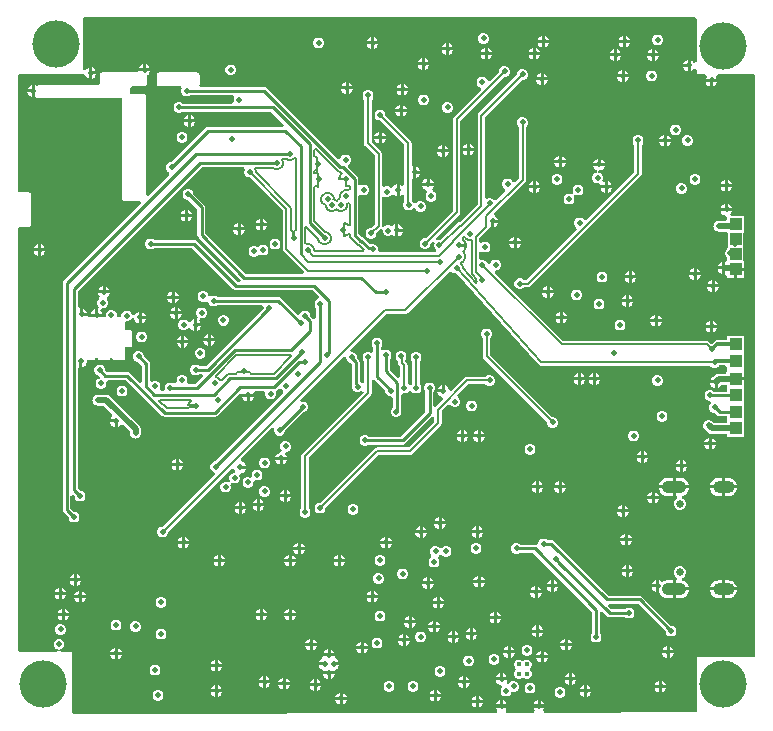
<source format=gbl>
%FSTAX23Y23*%
%MOIN*%
%SFA1B1*%

%IPPOS*%
%AMD107*
4,1,8,-0.035400,0.000000,-0.035400,0.000000,-0.015700,-0.019700,0.015700,-0.019700,0.035400,0.000000,0.035400,0.000000,0.015700,0.019700,-0.015700,0.019700,-0.035400,0.000000,0.0*
1,1,0.039370,-0.015700,0.000000*
1,1,0.039370,-0.015700,0.000000*
1,1,0.039370,0.015700,0.000000*
1,1,0.039370,0.015700,0.000000*
%
%AMD108*
4,1,8,-0.041300,0.000000,-0.041300,0.000000,-0.021700,-0.019700,0.021700,-0.019700,0.041300,0.000000,0.041300,0.000000,0.021700,0.019700,-0.021700,0.019700,-0.041300,0.000000,0.0*
1,1,0.039370,-0.021700,0.000000*
1,1,0.039370,-0.021700,0.000000*
1,1,0.039370,0.021700,0.000000*
1,1,0.039370,0.021700,0.000000*
%
%ADD65R,0.039370X0.039370*%
%ADD95C,0.019685*%
%ADD98C,0.009843*%
%ADD99C,0.007874*%
%ADD100C,0.010000*%
%ADD101C,0.011811*%
%ADD104C,0.015748*%
%ADD105C,0.019685*%
%ADD106C,0.157480*%
G04~CAMADD=107~8~0.0~0.0~393.7~708.7~196.9~0.0~15~0.0~0.0~0.0~0.0~0~0.0~0.0~0.0~0.0~0~0.0~0.0~0.0~90.0~708.0~394.0*
%ADD107D107*%
G04~CAMADD=108~8~0.0~0.0~393.7~826.8~196.9~0.0~15~0.0~0.0~0.0~0.0~0~0.0~0.0~0.0~0.0~0~0.0~0.0~0.0~90.0~827.0~393.0*
%ADD108D108*%
%ADD109C,0.025591*%
%ADD110C,0.019685*%
%ADD111C,0.019685*%
%ADD186C,0.005000*%
%ADD188C,0.010000*%
%LNrelia-1*%
%LPD*%
G54D186*
X02292Y02335D02*
Y02194D01*
X02288Y02193*
X02288Y02192*
X02282Y02198*
X02272Y02203*
Y0218*
Y02156*
X02282Y02161*
X02288Y02167*
X02288Y02166*
X02292Y02165*
Y02147*
X02324*
X02326Y02142*
X02326Y02142*
X02321Y02132*
X02368*
X02363Y02142*
X02363Y02142*
X02365Y02147*
X02487*
Y00212*
X02292*
Y00027*
X01789Y00026*
X01787Y00031*
X01788Y00032*
X01793Y00042*
X01746*
X01751Y00032*
X01752Y0003*
X0175Y00026*
X01664Y00025*
X01662Y0003*
X01663Y00032*
X01668Y00042*
X01621*
X01626Y00032*
X01627Y0003*
X01625Y00025*
X00221Y00022*
X00217Y00026*
Y0007*
Y00227*
X0018*
X00176Y00231*
X00176Y0023*
X00174Y0023*
X00181Y00232*
X00187Y00238*
X0019Y00245*
Y00254*
X00187Y00261*
X00181Y00267*
X00174Y0027*
X00165*
X00158Y00267*
X00152Y00261*
X00149Y00254*
Y00245*
X00152Y00238*
X00158Y00232*
X00165Y0023*
X00163Y0023*
X00163Y00231*
X00159Y00227*
X00041*
X00037Y00231*
Y01638*
X0007*
X00074Y01639*
X00077Y01641*
X0008Y01645*
X0008Y01649*
Y0175*
X0008Y01753*
X00077Y01757*
X00074Y01759*
X0007Y0176*
X00037*
Y02147*
X00247*
X00249*
X00254Y02145*
X00256Y02142*
X00262Y02136*
X00272Y02131*
Y02155*
Y02178*
X00262Y02173*
X00256Y02167*
X00256Y02168*
X00252Y02169*
Y02337*
X02288Y02339*
X02292Y02335*
X0022Y00026D02*
X01625D01*
X01665D02*
X01749D01*
X00218Y00031D02*
X01627D01*
X01663D02*
X01751D01*
X01789D02*
X02291D01*
X00218Y00036D02*
X01624D01*
X01667D02*
X01749D01*
X01792D02*
X02291D01*
X00218Y00041D02*
X01622D01*
X01669D02*
X01747D01*
X01794D02*
X02291D01*
X00218Y00046D02*
X02291D01*
X00218Y00051D02*
X02291D01*
X00218Y00056D02*
X02291D01*
X00218Y00061D02*
X02291D01*
X00218Y00066D02*
X02291D01*
X00218Y00071D02*
X02291D01*
X00218Y00076D02*
X02291D01*
X00218Y00081D02*
X02291D01*
X00218Y00086D02*
X02291D01*
X00218Y00091D02*
X02291D01*
X00218Y00096D02*
X02291D01*
X00218Y00101D02*
X02291D01*
X00218Y00106D02*
X02291D01*
X00218Y00111D02*
X02291D01*
X00218Y00116D02*
X02291D01*
X00218Y00121D02*
X02291D01*
X00218Y00126D02*
X02291D01*
X00218Y00131D02*
X02291D01*
X00218Y00136D02*
X02291D01*
X00218Y00141D02*
X02291D01*
X00218Y00146D02*
X02291D01*
X00218Y00151D02*
X02291D01*
X00218Y00156D02*
X02291D01*
X00218Y00161D02*
X02291D01*
X00218Y00166D02*
X02291D01*
X00218Y00171D02*
X02291D01*
X00218Y00176D02*
X02291D01*
X00218Y00181D02*
X02291D01*
X00218Y00186D02*
X02291D01*
X00218Y00191D02*
X02291D01*
X00218Y00196D02*
X02291D01*
X00218Y00201D02*
X02291D01*
X00218Y00206D02*
X02291D01*
X00218Y00211D02*
X02291D01*
X00218Y00216D02*
X02487D01*
X00218Y00221D02*
X02487D01*
X00218Y00226D02*
X02487D01*
X00038Y00231D02*
X00162D01*
X00178D02*
X02487D01*
X00038Y00236D02*
X00155D01*
X00185D02*
X02487D01*
X00038Y00241D02*
X00152D01*
X00189D02*
X02487D01*
X00038Y00246D02*
X00149D01*
X00191D02*
X02487D01*
X00038Y00251D02*
X00149D01*
X00191D02*
X02487D01*
X00038Y00256D02*
X0015D01*
X00191D02*
X02487D01*
X00038Y00261D02*
X00152D01*
X00188D02*
X02487D01*
X00038Y00266D02*
X00157D01*
X00183D02*
X02487D01*
X00038Y00271D02*
X02487D01*
X00038Y00276D02*
X02487D01*
X00038Y00281D02*
X02487D01*
X00038Y00286D02*
X02487D01*
X00038Y00291D02*
X02487D01*
X00038Y00296D02*
X02487D01*
X00038Y00301D02*
X02487D01*
X00038Y00306D02*
X02487D01*
X00038Y00311D02*
X02487D01*
X00038Y00316D02*
X02487D01*
X00038Y00321D02*
X02487D01*
X00038Y00326D02*
X02487D01*
X00038Y00331D02*
X02487D01*
X00038Y00336D02*
X02487D01*
X00038Y00341D02*
X02487D01*
X00038Y00346D02*
X02487D01*
X00038Y00351D02*
X02487D01*
X00038Y00356D02*
X02487D01*
X00038Y00361D02*
X02487D01*
X00038Y00366D02*
X02487D01*
X00038Y00371D02*
X02487D01*
X00038Y00376D02*
X02487D01*
X00038Y00381D02*
X02487D01*
X00038Y00386D02*
X02487D01*
X00038Y00391D02*
X02487D01*
X00038Y00396D02*
X02487D01*
X00038Y00401D02*
X02487D01*
X00038Y00406D02*
X02487D01*
X00038Y00411D02*
X02487D01*
X00038Y00416D02*
X02487D01*
X00038Y00421D02*
X02487D01*
X00038Y00426D02*
X02487D01*
X00038Y00431D02*
X02487D01*
X00038Y00436D02*
X02487D01*
X00038Y00441D02*
X02487D01*
X00038Y00446D02*
X02487D01*
X00038Y00451D02*
X02487D01*
X00038Y00456D02*
X02487D01*
X00038Y00461D02*
X02487D01*
X00038Y00466D02*
X02487D01*
X00038Y00471D02*
X02487D01*
X00038Y00476D02*
X02487D01*
X00038Y00481D02*
X02487D01*
X00038Y00486D02*
X02487D01*
X00038Y00491D02*
X02487D01*
X00038Y00496D02*
X02487D01*
X00038Y00501D02*
X02487D01*
X00038Y00506D02*
X02487D01*
X00038Y00511D02*
X02487D01*
X00038Y00516D02*
X02487D01*
X00038Y00521D02*
X02487D01*
X00038Y00526D02*
X02487D01*
X00038Y00531D02*
X02487D01*
X00038Y00536D02*
X02487D01*
X00038Y00541D02*
X02487D01*
X00038Y00546D02*
X02487D01*
X00038Y00551D02*
X02487D01*
X00038Y00556D02*
X02487D01*
X00038Y00561D02*
X02487D01*
X00038Y00566D02*
X02487D01*
X00038Y00571D02*
X02487D01*
X00038Y00576D02*
X02487D01*
X00038Y00581D02*
X02487D01*
X00038Y00586D02*
X02487D01*
X00038Y00591D02*
X02487D01*
X00038Y00596D02*
X02487D01*
X00038Y00601D02*
X02487D01*
X00038Y00606D02*
X02487D01*
X00038Y00611D02*
X02487D01*
X00038Y00616D02*
X02487D01*
X00038Y00621D02*
X02487D01*
X00038Y00626D02*
X02487D01*
X00038Y00631D02*
X02487D01*
X00038Y00636D02*
X02487D01*
X00038Y00641D02*
X02487D01*
X00038Y00646D02*
X02487D01*
X00038Y00651D02*
X02487D01*
X00038Y00656D02*
X02487D01*
X00038Y00661D02*
X02487D01*
X00038Y00666D02*
X02487D01*
X00038Y00671D02*
X02487D01*
X00038Y00676D02*
X02487D01*
X00038Y00681D02*
X02487D01*
X00038Y00686D02*
X02487D01*
X00038Y00691D02*
X02487D01*
X00038Y00696D02*
X02487D01*
X00038Y00701D02*
X02487D01*
X00038Y00706D02*
X02487D01*
X00038Y00711D02*
X02487D01*
X00038Y00716D02*
X02487D01*
X00038Y00721D02*
X02487D01*
X00038Y00726D02*
X02487D01*
X00038Y00731D02*
X02487D01*
X00038Y00736D02*
X02487D01*
X00038Y00741D02*
X02487D01*
X00038Y00746D02*
X02487D01*
X00038Y00751D02*
X02487D01*
X00038Y00756D02*
X02487D01*
X00038Y00761D02*
X02487D01*
X00038Y00766D02*
X02487D01*
X00038Y00771D02*
X02487D01*
X00038Y00776D02*
X02487D01*
X00038Y00781D02*
X02487D01*
X00038Y00786D02*
X02487D01*
X00038Y00791D02*
X02487D01*
X00038Y00796D02*
X02487D01*
X00038Y00801D02*
X02487D01*
X00038Y00806D02*
X02487D01*
X00038Y00811D02*
X02487D01*
X00038Y00816D02*
X02487D01*
X00038Y00821D02*
X02487D01*
X00038Y00826D02*
X02487D01*
X00038Y00831D02*
X02487D01*
X00038Y00836D02*
X02487D01*
X00038Y00841D02*
X02487D01*
X00038Y00846D02*
X02487D01*
X00038Y00851D02*
X02487D01*
X00038Y00856D02*
X02487D01*
X00038Y00861D02*
X02487D01*
X00038Y00866D02*
X02487D01*
X00038Y00871D02*
X02487D01*
X00038Y00876D02*
X02487D01*
X00038Y00881D02*
X02487D01*
X00038Y00886D02*
X02487D01*
X00038Y00891D02*
X02487D01*
X00038Y00896D02*
X02487D01*
X00038Y00901D02*
X02487D01*
X00038Y00906D02*
X02487D01*
X00038Y00911D02*
X02487D01*
X00038Y00916D02*
X02487D01*
X00038Y00921D02*
X02487D01*
X00038Y00926D02*
X02487D01*
X00038Y00931D02*
X02487D01*
X00038Y00936D02*
X02487D01*
X00038Y00941D02*
X02487D01*
X00038Y00946D02*
X02487D01*
X00038Y00951D02*
X02487D01*
X00038Y00956D02*
X02487D01*
X00038Y00961D02*
X02487D01*
X00038Y00966D02*
X02487D01*
X00038Y00971D02*
X02487D01*
X00038Y00976D02*
X02487D01*
X00038Y00981D02*
X02487D01*
X00038Y00986D02*
X02487D01*
X00038Y00991D02*
X02487D01*
X00038Y00996D02*
X02487D01*
X00038Y01001D02*
X02487D01*
X00038Y01006D02*
X02487D01*
X00038Y01011D02*
X02487D01*
X00038Y01016D02*
X02487D01*
X00038Y01021D02*
X02487D01*
X00038Y01026D02*
X02487D01*
X00038Y01031D02*
X02487D01*
X00038Y01036D02*
X02487D01*
X00038Y01041D02*
X02487D01*
X00038Y01046D02*
X02487D01*
X00038Y01051D02*
X02487D01*
X00038Y01056D02*
X02487D01*
X00038Y01061D02*
X02487D01*
X00038Y01066D02*
X02487D01*
X00038Y01071D02*
X02487D01*
X00038Y01076D02*
X02487D01*
X00038Y01081D02*
X02487D01*
X00038Y01086D02*
X02487D01*
X00038Y01091D02*
X02487D01*
X00038Y01096D02*
X02487D01*
X00038Y01101D02*
X02487D01*
X00038Y01106D02*
X02487D01*
X00038Y01111D02*
X02487D01*
X00038Y01116D02*
X02487D01*
X00038Y01121D02*
X02487D01*
X00038Y01126D02*
X02487D01*
X00038Y01131D02*
X02487D01*
X00038Y01136D02*
X02487D01*
X00038Y01141D02*
X02487D01*
X00038Y01146D02*
X02487D01*
X00038Y01151D02*
X02487D01*
X00038Y01156D02*
X02487D01*
X00038Y01161D02*
X02487D01*
X00038Y01166D02*
X02487D01*
X00038Y01171D02*
X02487D01*
X00038Y01176D02*
X02487D01*
X00038Y01181D02*
X02487D01*
X00038Y01186D02*
X02487D01*
X00038Y01191D02*
X02487D01*
X00038Y01196D02*
X02487D01*
X00038Y01201D02*
X02487D01*
X00038Y01206D02*
X02487D01*
X00038Y01211D02*
X02487D01*
X00038Y01216D02*
X02487D01*
X00038Y01221D02*
X02487D01*
X00038Y01226D02*
X02487D01*
X00038Y01231D02*
X02487D01*
X00038Y01236D02*
X02487D01*
X00038Y01241D02*
X02487D01*
X00038Y01246D02*
X02487D01*
X00038Y01251D02*
X02487D01*
X00038Y01256D02*
X02487D01*
X00038Y01261D02*
X02487D01*
X00038Y01266D02*
X02487D01*
X00038Y01271D02*
X02487D01*
X00038Y01276D02*
X02487D01*
X00038Y01281D02*
X02487D01*
X00038Y01286D02*
X02487D01*
X00038Y01291D02*
X02487D01*
X00038Y01296D02*
X02487D01*
X00038Y01301D02*
X02487D01*
X00038Y01306D02*
X02487D01*
X00038Y01311D02*
X02487D01*
X00038Y01316D02*
X02487D01*
X00038Y01321D02*
X02487D01*
X00038Y01326D02*
X02487D01*
X00038Y01331D02*
X02487D01*
X00038Y01336D02*
X02487D01*
X00038Y01341D02*
X02487D01*
X00038Y01346D02*
X02487D01*
X00038Y01351D02*
X02487D01*
X00038Y01356D02*
X02487D01*
X00038Y01361D02*
X02487D01*
X00038Y01366D02*
X02487D01*
X00038Y01371D02*
X02487D01*
X00038Y01376D02*
X02487D01*
X00038Y01381D02*
X02487D01*
X00038Y01386D02*
X02487D01*
X00038Y01391D02*
X02487D01*
X00038Y01396D02*
X02487D01*
X00038Y01401D02*
X02487D01*
X00038Y01406D02*
X02487D01*
X00038Y01411D02*
X02487D01*
X00038Y01416D02*
X02487D01*
X00038Y01421D02*
X02487D01*
X00038Y01426D02*
X02487D01*
X00038Y01431D02*
X02487D01*
X00038Y01436D02*
X02487D01*
X00038Y01441D02*
X02487D01*
X00038Y01446D02*
X02487D01*
X00038Y01451D02*
X02487D01*
X00038Y01456D02*
X02487D01*
X00038Y01461D02*
X02487D01*
X00038Y01466D02*
X02487D01*
X00038Y01471D02*
X02487D01*
X00038Y01476D02*
X02487D01*
X00038Y01481D02*
X02487D01*
X00038Y01486D02*
X02487D01*
X00038Y01491D02*
X02487D01*
X00038Y01496D02*
X02487D01*
X00038Y01501D02*
X02487D01*
X00038Y01506D02*
X02487D01*
X00038Y01511D02*
X02487D01*
X00038Y01516D02*
X02487D01*
X00038Y01521D02*
X02487D01*
X00038Y01526D02*
X02487D01*
X00038Y01531D02*
X02487D01*
X00038Y01536D02*
X02487D01*
X00038Y01541D02*
X02487D01*
X00038Y01546D02*
X02487D01*
X00038Y01551D02*
X02487D01*
X00038Y01556D02*
X02487D01*
X00038Y01561D02*
X02487D01*
X00038Y01566D02*
X02487D01*
X00038Y01571D02*
X02487D01*
X00038Y01576D02*
X02487D01*
X00038Y01581D02*
X02487D01*
X00038Y01586D02*
X02487D01*
X00038Y01591D02*
X02487D01*
X00038Y01596D02*
X02487D01*
X00038Y01601D02*
X02487D01*
X00038Y01606D02*
X02487D01*
X00038Y01611D02*
X02487D01*
X00038Y01616D02*
X02487D01*
X00038Y01621D02*
X02487D01*
X00038Y01626D02*
X02487D01*
X00038Y01631D02*
X02487D01*
X00038Y01636D02*
X02487D01*
X00077Y01641D02*
X02487D01*
X00082Y01646D02*
X02487D01*
X00082Y01651D02*
X02487D01*
X00082Y01656D02*
X02487D01*
X00082Y01661D02*
X02487D01*
X00082Y01666D02*
X02487D01*
X00082Y01671D02*
X02487D01*
X00082Y01676D02*
X02487D01*
X00082Y01681D02*
X02487D01*
X00082Y01686D02*
X02487D01*
X00082Y01691D02*
X02487D01*
X00082Y01696D02*
X02487D01*
X00082Y01701D02*
X02487D01*
X00082Y01706D02*
X02487D01*
X00082Y01711D02*
X02487D01*
X00082Y01716D02*
X02487D01*
X00082Y01721D02*
X02487D01*
X00082Y01726D02*
X02487D01*
X00082Y01731D02*
X02487D01*
X00082Y01736D02*
X02487D01*
X00082Y01741D02*
X02487D01*
X00082Y01746D02*
X02487D01*
X00082Y01751D02*
X02487D01*
X0008Y01756D02*
X02487D01*
X00038Y01761D02*
X02487D01*
X00038Y01766D02*
X02487D01*
X00038Y01771D02*
X02487D01*
X00038Y01776D02*
X02487D01*
X00038Y01781D02*
X02487D01*
X00038Y01786D02*
X02487D01*
X00038Y01791D02*
X02487D01*
X00038Y01796D02*
X02487D01*
X00038Y01801D02*
X02487D01*
X00038Y01806D02*
X02487D01*
X00038Y01811D02*
X02487D01*
X00038Y01816D02*
X02487D01*
X00038Y01821D02*
X02487D01*
X00038Y01826D02*
X02487D01*
X00038Y01831D02*
X02487D01*
X00038Y01836D02*
X02487D01*
X00038Y01841D02*
X02487D01*
X00038Y01846D02*
X02487D01*
X00038Y01851D02*
X02487D01*
X00038Y01856D02*
X02487D01*
X00038Y01861D02*
X02487D01*
X00038Y01866D02*
X02487D01*
X00038Y01871D02*
X02487D01*
X00038Y01876D02*
X02487D01*
X00038Y01881D02*
X02487D01*
X00038Y01886D02*
X02487D01*
X00038Y01891D02*
X02487D01*
X00038Y01896D02*
X02487D01*
X00038Y01901D02*
X02487D01*
X00038Y01906D02*
X02487D01*
X00038Y01911D02*
X02487D01*
X00038Y01916D02*
X02487D01*
X00038Y01921D02*
X02487D01*
X00038Y01926D02*
X02487D01*
X00038Y01931D02*
X02487D01*
X00038Y01936D02*
X02487D01*
X00038Y01941D02*
X02487D01*
X00038Y01946D02*
X02487D01*
X00038Y01951D02*
X02487D01*
X00038Y01956D02*
X02487D01*
X00038Y01961D02*
X02487D01*
X00038Y01966D02*
X02487D01*
X00038Y01971D02*
X02487D01*
X00038Y01976D02*
X02487D01*
X00038Y01981D02*
X02487D01*
X00038Y01986D02*
X02487D01*
X00038Y01991D02*
X02487D01*
X00038Y01996D02*
X02487D01*
X00038Y02001D02*
X02487D01*
X00038Y02006D02*
X02487D01*
X00038Y02011D02*
X02487D01*
X00038Y02016D02*
X02487D01*
X00038Y02021D02*
X02487D01*
X00038Y02026D02*
X02487D01*
X00038Y02031D02*
X02487D01*
X00038Y02036D02*
X02487D01*
X00038Y02041D02*
X02487D01*
X00038Y02046D02*
X02487D01*
X00038Y02051D02*
X02487D01*
X00038Y02056D02*
X02487D01*
X00038Y02061D02*
X02487D01*
X00038Y02066D02*
X02487D01*
X00038Y02071D02*
X02487D01*
X00038Y02076D02*
X02487D01*
X00038Y02081D02*
X02487D01*
X00038Y02086D02*
X02487D01*
X00038Y02091D02*
X02487D01*
X00038Y02096D02*
X02487D01*
X00038Y02101D02*
X02487D01*
X00038Y02106D02*
X02487D01*
X00038Y02111D02*
X02487D01*
X00038Y02116D02*
X02487D01*
X00038Y02121D02*
X02487D01*
X00038Y02126D02*
X02487D01*
X00038Y02131D02*
X02487D01*
X00038Y02136D02*
X00261D01*
X00273D02*
X02323D01*
X02368D02*
X02487D01*
X00038Y02141D02*
X00256D01*
X00273D02*
X02325D01*
X02366D02*
X02487D01*
X00038Y02146D02*
X00252D01*
X00273D02*
X02324D01*
X02367D02*
X02487D01*
X00273Y02151D02*
X02291D01*
X00273Y02156D02*
X02291D01*
X00273Y02161D02*
X02271D01*
X02284D02*
X02291D01*
X00273Y02166D02*
X02271D01*
X02289D02*
X02291D01*
X00253Y02171D02*
X00258D01*
X00273D02*
X02271D01*
X00253Y02176D02*
X00266D01*
X00273D02*
X02271D01*
X00253Y02181D02*
X02271D01*
X00253Y02186D02*
X02271D01*
X00253Y02191D02*
X02271D01*
X00253Y02196D02*
X02271D01*
X02287D02*
X02291D01*
X00253Y02201D02*
X02271D01*
X02279D02*
X02291D01*
X00253Y02206D02*
X02291D01*
X00253Y02211D02*
X02291D01*
X00253Y02216D02*
X02291D01*
X00253Y02221D02*
X02291D01*
X00253Y02226D02*
X02291D01*
X00253Y02231D02*
X02291D01*
X00253Y02236D02*
X02291D01*
X00253Y02241D02*
X02291D01*
X00253Y02246D02*
X02291D01*
X00253Y02251D02*
X02291D01*
X00253Y02256D02*
X02291D01*
X00253Y02261D02*
X02291D01*
X00253Y02266D02*
X02291D01*
X00253Y02271D02*
X02291D01*
X00253Y02276D02*
X02291D01*
X00253Y02281D02*
X02291D01*
X00253Y02286D02*
X02291D01*
X00253Y02291D02*
X02291D01*
X00253Y02296D02*
X02291D01*
X00253Y02301D02*
X02291D01*
X00253Y02306D02*
X02291D01*
X00253Y02311D02*
X02291D01*
X00253Y02316D02*
X02291D01*
X00253Y02321D02*
X02291D01*
X00253Y02326D02*
X02291D01*
X00253Y02331D02*
X02291D01*
X00253Y02336D02*
X02291D01*
G54D188*
X00956Y01866D02*
X00954Y01866D01*
Y01632*
X00949Y01629*
Y01612*
X00952Y0161*
X00955Y01628*
X00947Y01634*
Y01702*
X00946Y01709*
X00942Y01715*
X0083Y01827*
Y0183*
X00828Y01834*
X00828Y01835*
X00828Y01834*
X00879*
X0088Y01833*
X00889Y01829*
X009*
X00909Y01833*
X00916Y0184*
X0092Y01849*
Y0186*
X00918Y01864*
X00918Y01865*
X00918Y01864*
X00924*
X00925Y01863*
X00934Y01859*
X00945*
X00954Y01863*
X00956Y01865*
X00956Y01866*
X00833Y01826D02*
Y01833D01*
X00843Y01816D02*
Y01833D01*
X00853Y01806D02*
Y01833D01*
X00863Y01796D02*
Y01833D01*
X00873Y01786D02*
Y01833D01*
X00883Y01776D02*
Y01833D01*
X00893Y01766D02*
Y01829D01*
X00903Y01756D02*
Y01831D01*
X00913Y01746D02*
Y01837D01*
X00923Y01736D02*
Y01863D01*
X00933Y01726D02*
Y01859D01*
X00943Y01716D02*
Y01859D01*
X00953Y01618D02*
Y01629D01*
Y01634D02*
Y01863D01*
X01092Y01827D02*
X01098Y01823D01*
X01105Y01821*
X01106*
X01107Y01821*
X01107Y0182*
X01102Y01815*
X01094Y01797*
X01117*
X0112Y01795*
X01122Y01794*
Y01769*
X01133Y01774*
X01134Y01773*
Y0177*
X01133Y0177*
X01133Y0177*
X01123*
X01113Y01766*
X01106Y01759*
X01102Y0175*
Y01739*
X01102Y01741*
X01101Y01738*
X01095Y01736*
X01094Y01735*
X01094Y01736*
X01107Y0173*
X0109*
Y0174*
X01086Y01749*
X01079Y01756*
X0107Y0176*
X01059*
X0105Y01756*
X01043Y01749*
X01039Y0174*
Y01729*
X01043Y0172*
X0105Y01713*
X01035Y01719*
X01054*
Y01709*
X01058Y017*
X01065Y01693*
X01074Y01689*
X01085*
X01094Y01693*
X01094Y01694*
X01095Y01693*
X01104Y01689*
X01115*
X01124Y01693*
X01131Y017*
X01135Y01709*
Y01715*
X01152Y01731*
X01122Y01723*
X01134Y01714*
Y01653*
X01136Y01654*
X01134Y01656*
X01116Y01664*
Y01633*
Y01602*
X01134Y0161*
X01136Y01612*
X01134Y01613*
Y01614*
X01135Y01607*
X01139Y01601*
X0116Y01581*
X01166Y01577*
X01168Y01576*
X0118Y01564*
X0118Y01566*
X01026*
X01025Y01567*
Y0157*
X01021Y01579*
X01014Y01586*
X01005Y0159*
X01021*
X01006Y01584*
X00995Y01591*
Y01637*
X01002Y01639*
X01026Y01604*
X01029Y01601*
Y01599*
X01033Y0159*
X0104Y01583*
X01049Y01579*
X0106*
X01069Y01583*
X01076Y0159*
X0108Y01599*
Y0161*
X01076Y01619*
X01069Y01626*
X0106Y0163*
X01058*
X01025Y01663*
Y01773*
X01026Y01773*
X01037Y01769*
Y018*
Y0183*
X01026Y01826*
X01025Y01826*
Y01825*
X01027Y01825*
X01035Y01822*
Y01852*
Y01883*
X01027Y0188*
X01025Y0188*
Y01896*
X01023Y01895*
X01092Y01827*
X01001Y01591D02*
Y01638D01*
X01011Y01587D02*
Y01626D01*
X01021Y01581D02*
Y01612D01*
X01031Y01567D02*
Y01596D01*
Y01659D02*
Y0177D01*
Y01825D02*
Y01828D01*
Y01885D02*
Y01888D01*
X01041Y01567D02*
Y01582D01*
Y01649D02*
Y01726D01*
Y01745D02*
Y01878D01*
X01051Y01567D02*
Y01578D01*
Y01639D02*
Y01718D01*
Y01759D02*
Y01868D01*
X01061Y01567D02*
Y0158D01*
Y01631D02*
Y01698D01*
Y01761D02*
Y01858D01*
X01071Y01567D02*
Y01586D01*
Y01625D02*
Y0169D01*
Y01761D02*
Y01848D01*
X01081Y01567D02*
Y01688D01*
Y01755D02*
Y01838D01*
X01091Y01567D02*
Y01692D01*
Y01731D02*
Y01828D01*
X01101Y01567D02*
Y0169D01*
Y01731D02*
Y01732D01*
Y01741D02*
Y01796D01*
Y01815D02*
Y01822D01*
X01111Y01567D02*
Y01688D01*
Y01765D02*
Y01796D01*
X01121Y01567D02*
Y01604D01*
Y01665D02*
Y01692D01*
Y01771D02*
Y01794D01*
X01131Y01567D02*
Y01608D01*
Y01661D02*
Y017D01*
Y01719D02*
Y01724D01*
Y01771D02*
Y01772D01*
X01141Y01567D02*
Y016D01*
Y01723D02*
Y01728D01*
X01151Y01567D02*
Y0159D01*
X01161Y01567D02*
Y0158D01*
X01171Y01567D02*
Y01572D01*
G54D186*
X01509Y0152D02*
Y01519D01*
Y01579D02*
Y01582D01*
X01514Y01513D02*
Y01526D01*
Y01579D02*
Y01582D01*
X01519Y01501D02*
Y0153D01*
Y01558D02*
Y01564D01*
Y01579D02*
Y01582D01*
Y01599D02*
Y01608D01*
X01524Y01496D02*
Y0157D01*
Y01579D02*
Y01582D01*
Y01592D02*
Y01606D01*
X01529Y0149D02*
Y01602D01*
X01534Y01485D02*
Y016D01*
X01539Y01479D02*
Y01598D01*
X01544Y01474D02*
Y01598D01*
X01549Y01468D02*
Y01479D01*
X01554Y01463D02*
Y01474D01*
X01559Y01458D02*
Y01469D01*
X00706Y01134D02*
X00714D01*
X00698Y01139D02*
X00719D01*
X00694Y01144D02*
X00724D01*
X00697Y01149D02*
X00729D01*
X00702Y01154D02*
X0076D01*
X00811D02*
X00886D01*
X00707Y01159D02*
X00891D01*
X00712Y01164D02*
X00896D01*
X00717Y01169D02*
X00901D01*
X00722Y01174D02*
X00906D01*
X00727Y01179D02*
X00911D01*
X00732Y01184D02*
X00916D01*
X00737Y01189D02*
X00921D01*
X00742Y01194D02*
X00926D01*
X00747Y01199D02*
X00931D01*
X00752Y01204D02*
X00936D01*
X00757Y01209D02*
X00941D01*
X00762Y01214D02*
X00941D01*
G54D188*
X00605Y01061D02*
X00605Y01064D01*
X00601Y0106*
X00594Y01042*
X00617*
X0062Y01045*
X006Y01047*
X00597Y01042*
X00531*
X0051Y01063*
X00509Y01061*
X00605*
X00605Y01061*
X00528Y01047D02*
X00595D01*
X00602D02*
X00607D01*
X00518Y01057D02*
X00599D01*
%LNrelia-2*%
%LPC*%
G36*
X0206Y02279D02*
Y02265D01*
X02074*
X02071Y02271*
X02066Y02276*
X0206Y02279*
G37*
G36*
X0205D02*
X02043Y02276D01*
X02038Y02271*
X02035Y02265*
X0205*
Y02279*
G37*
G36*
X0179D02*
Y02265D01*
X01804*
X01801Y02271*
X01796Y02276*
X0179Y02279*
G37*
G36*
X0178D02*
X01773Y02276D01*
X01768Y02271*
X01765Y02265*
X0178*
Y02279*
G37*
G36*
X0122Y02274D02*
Y0226D01*
X01234*
X01231Y02266*
X01226Y02271*
X0122Y02274*
G37*
G36*
X0121D02*
X01203Y02271D01*
X01198Y02266*
X01195Y0226*
X0121*
Y02274*
G37*
G36*
X01588Y02287D02*
X01581D01*
X01574Y02285*
X01569Y0228*
X01567Y02273*
Y02266*
X01569Y02259*
X01574Y02254*
X01581Y02252*
X01588*
X01595Y02254*
X016Y02259*
X01602Y02266*
Y02273*
X016Y0228*
X01595Y02285*
X01588Y02287*
G37*
G36*
X02168Y02282D02*
X02161D01*
X02154Y0228*
X02149Y02275*
X02147Y02268*
Y02261*
X02149Y02254*
X02154Y02249*
X02161Y02247*
X02168*
X02175Y02249*
X0218Y02254*
X02182Y02261*
Y02268*
X0218Y02275*
X02175Y0228*
X02168Y02282*
G37*
G36*
X02074Y02255D02*
X0206D01*
Y0224*
X02066Y02243*
X02071Y02248*
X02074Y02255*
G37*
G36*
X0205D02*
X02035D01*
X02038Y02248*
X02043Y02243*
X0205Y0224*
Y02255*
G37*
G36*
X01804D02*
X0179D01*
Y0224*
X01796Y02243*
X01801Y02248*
X01804Y02255*
G37*
G36*
X0178D02*
X01765D01*
X01768Y02248*
X01773Y02243*
X0178Y0224*
Y02255*
G37*
G36*
X0147Y02254D02*
Y0224D01*
X01484*
X01481Y02246*
X01476Y02251*
X0147Y02254*
G37*
G36*
X0146D02*
X01453Y02251D01*
X01448Y02246*
X01445Y0224*
X0146*
Y02254*
G37*
G36*
X01038Y02272D02*
X01031D01*
X01024Y0227*
X01019Y02265*
X01017Y02258*
Y02251*
X01019Y02244*
X01024Y02239*
X01031Y02237*
X01038*
X01045Y02239*
X0105Y02244*
X01052Y02251*
Y02258*
X0105Y02265*
X01045Y0227*
X01038Y02272*
G37*
G36*
X01234Y0225D02*
X0122D01*
Y02235*
X01226Y02238*
X01231Y02243*
X01234Y0225*
G37*
G36*
X0121D02*
X01195D01*
X01198Y02243*
X01203Y02238*
X0121Y02235*
Y0225*
G37*
G36*
X0176Y02239D02*
Y02225D01*
X01774*
X01771Y02231*
X01766Y02236*
X0176Y02239*
G37*
G36*
X0175D02*
X01743Y02236D01*
X01738Y02231*
X01735Y02225*
X0175*
Y02239*
G37*
G36*
X016D02*
Y02225D01*
X01614*
X01611Y02231*
X01606Y02236*
X016Y02239*
G37*
G36*
X0159D02*
X01583Y02236D01*
X01578Y02231*
X01575Y02225*
X0159*
Y02239*
G37*
G36*
X02155Y02234D02*
Y0222D01*
X02169*
X02166Y02226*
X02161Y02231*
X02155Y02234*
G37*
G36*
X02145D02*
X02138Y02231D01*
X02133Y02226*
X0213Y0222*
X02145*
Y02234*
G37*
G36*
X0203D02*
Y0222D01*
X02044*
X02041Y02226*
X02036Y02231*
X0203Y02234*
G37*
G36*
X0202D02*
X02013Y02231D01*
X02008Y02226*
X02005Y0222*
X0202*
Y02234*
G37*
G36*
X01484Y0223D02*
X0147D01*
Y02215*
X01476Y02218*
X01481Y02223*
X01484Y0223*
G37*
G36*
X0146D02*
X01445D01*
X01448Y02223*
X01453Y02218*
X0146Y02215*
Y0223*
G37*
G36*
X01774Y02215D02*
X0176D01*
Y022*
X01766Y02203*
X01771Y02208*
X01774Y02215*
G37*
G36*
X0175D02*
X01735D01*
X01738Y02208*
X01743Y02203*
X0175Y022*
Y02215*
G37*
G36*
X01614D02*
X016D01*
Y022*
X01606Y02203*
X01611Y02208*
X01614Y02215*
G37*
G36*
X0159D02*
X01575D01*
X01578Y02208*
X01583Y02203*
X0159Y022*
Y02215*
G37*
G36*
X02169Y0221D02*
X02155D01*
Y02195*
X02161Y02198*
X02166Y02203*
X02169Y0221*
G37*
G36*
X02145D02*
X0213D01*
X02133Y02203*
X02138Y02198*
X02145Y02195*
Y0221*
G37*
G36*
X02044D02*
X0203D01*
Y02195*
X02036Y02198*
X02041Y02203*
X02044Y0221*
G37*
G36*
X0202D02*
X02005D01*
X02008Y02203*
X02013Y02198*
X0202Y02195*
Y0221*
G37*
G36*
X0139Y02204D02*
Y0219D01*
X01404*
X01401Y02196*
X01396Y02201*
X0139Y02204*
G37*
G36*
X0138D02*
X01373Y02201D01*
X01368Y02196*
X01365Y0219*
X0138*
Y02204*
G37*
G36*
X02265Y02199D02*
X02258Y02196D01*
X02253Y02191*
X0225Y02185*
X02265*
Y02199*
G37*
G36*
X0046Y02184D02*
Y0217D01*
X00474*
X00471Y02176*
X00466Y02181*
X0046Y02184*
G37*
G36*
X0045D02*
X00443Y02181D01*
X00438Y02176*
X00435Y0217*
X0045*
Y02184*
G37*
G36*
X01404Y0218D02*
X0139D01*
Y02165*
X01396Y02168*
X01401Y02173*
X01404Y0218*
G37*
G36*
X0138D02*
X01365D01*
X01368Y02173*
X01373Y02168*
X0138Y02165*
Y0218*
G37*
G36*
X02265Y02175D02*
X0225D01*
X02253Y02168*
X02258Y02163*
X02265Y0216*
Y02175*
G37*
G36*
X0028Y02174D02*
Y0216D01*
X00294*
X00291Y02166*
X00286Y02171*
X0028Y02174*
G37*
G36*
X02055Y02164D02*
Y0215D01*
X02069*
X02066Y02156*
X02061Y02161*
X02055Y02164*
G37*
G36*
X02045D02*
X02038Y02161D01*
X02033Y02156*
X0203Y0215*
X02045*
Y02164*
G37*
G36*
X00745Y02182D02*
X00738D01*
X00732Y0218*
X00727Y02175*
X00724Y02168*
Y02161*
X00727Y02155*
X00732Y0215*
X00738Y02147*
X00745*
X00752Y0215*
X00757Y02155*
X00759Y02161*
Y02168*
X00757Y02175*
X00752Y0218*
X00745Y02182*
G37*
G36*
X01785Y02154D02*
Y0214D01*
X01799*
X01796Y02146*
X01791Y02151*
X01785Y02154*
G37*
G36*
X01775D02*
X01768Y02151D01*
X01763Y02146*
X0176Y0214*
X01775*
Y02154*
G37*
G36*
X00294Y0215D02*
X0028D01*
Y02135*
X00286Y02138*
X00291Y02143*
X00294Y0215*
G37*
G36*
X01658Y02177D02*
X01651D01*
X01644Y02175*
X01639Y0217*
X01637Y02163*
Y02159*
X01605Y02127*
X01602Y02127*
X01597Y0213*
X01595Y02135*
X0159Y0214*
X01583Y02142*
X01576*
X01569Y0214*
X01564Y02135*
X01562Y02128*
Y02121*
X01564Y02114*
X01569Y02109*
X01574Y02107*
X01577Y02102*
X01577Y02099*
X01486Y02008*
X01483Y02004*
X01482Y02*
Y01999*
Y01694*
X01392Y01604*
X01386*
X01379Y01601*
X01374Y01596*
X01372Y0159*
Y01583*
X01374Y01576*
X01379Y01571*
X01386Y01568*
X01393*
X014Y01571*
X01405Y01576*
X01407Y01583*
Y01585*
X01415Y01593*
X01422Y01589*
X0142Y01584*
Y01577*
X01423Y01571*
X01427Y01566*
X01427Y01564*
X01425Y01558*
X01236*
X01232Y01564*
Y01571*
X0123Y01578*
X01225Y01583*
X01218Y01585*
X01211*
X01207Y01584*
X01186Y01605*
X01182Y01608*
X0118Y01608*
X01168Y01621*
Y01745*
X01171Y01747*
X01175Y01749*
X01181Y01747*
X01188*
X01195Y01749*
X012Y01754*
X01202Y01761*
Y01768*
X012Y01775*
X01195Y0178*
X01188Y01782*
X01181*
X01175Y0178*
X01171Y01782*
X01168Y01784*
Y01802*
X01167Y01807*
X01164Y01811*
X01133Y01842*
X01133Y01844*
X01136Y01851*
X0114Y01854*
X01142Y01861*
Y01868*
X0114Y01875*
X01135Y0188*
X01128Y01882*
X01121*
X01114Y0188*
X01109Y01875*
X01108Y0187*
X01102Y01868*
X01099Y01867*
X00862Y02104*
X00858Y02107*
X00853Y02108*
X00641*
X0064Y0211*
X00638Y02115*
X00638Y02116*
X00639Y02119*
Y02149*
X00638Y02152*
X00636Y02155*
X00634Y02156*
X00631Y02157*
X00503*
X005Y02156*
X00497Y02155*
X00495Y02152*
X00495Y02149*
Y02119*
X00495Y02116*
X00497Y02114*
X005Y02112*
X00503Y02111*
X00575*
X00577Y02108*
X00579Y02104*
X00577Y02098*
Y02091*
X00579Y02084*
X00584Y02079*
X00591Y02077*
X00598*
X00605Y02079*
X00607Y02081*
X0075*
X00752Y02078*
X00754Y02074*
X00752Y02068*
Y02061*
X00752Y0206*
X00747Y02053*
X00582*
X0058Y02055*
X00573Y02057*
X00566*
X00559Y02055*
X00554Y0205*
X00552Y02043*
Y02036*
X00554Y02029*
X00559Y02024*
X00566Y02022*
X00573*
X0058Y02024*
X00582Y02026*
X00878*
X00921Y01983*
X00918Y01975*
X00667*
X00662Y01974*
X00658Y01971*
X00544Y01857*
X00541*
X00534Y01855*
X00529Y0185*
X00527Y01843*
Y01836*
X00529Y01829*
X00534Y01824*
X00535Y01824*
X00537Y01815*
X00467Y01745*
X0046Y01749*
Y02078*
X00459Y02081*
X00457Y02084*
X00455Y02086*
X00452Y02086*
X00408*
Y02106*
X00415Y02111*
X00456*
X00459Y02112*
X00461Y02114*
X00463Y02116*
X00464Y02119*
Y02147*
X00466Y02148*
X00471Y02153*
X00474Y0216*
X00434*
X00432Y02157*
X00314*
X00311Y02156*
X00308Y02155*
X00306Y02152*
X00306Y02149*
Y02119*
X00299Y02114*
X00101*
X00098Y02113*
X00096Y02111*
X00095Y02111*
X00095Y02112*
X00089Y02115*
Y02095*
Y02076*
X00091Y02077*
X00094Y02075*
X00096Y02072*
X00098Y02071*
X00101Y0207*
X00381*
Y01736*
X00381Y01732*
X00383Y0173*
X00386Y01728*
X00389Y01728*
X00439*
X00442Y0172*
X00186Y01465*
X00183Y0146*
X00182Y01455*
Y00699*
X00183Y00694*
X00186Y00689*
X00202Y00674*
Y00671*
X00204Y00664*
X00209Y00659*
X00216Y00657*
X00223*
X0023Y00659*
X00235Y00664*
X00237Y00671*
Y00678*
X00235Y00685*
X0023Y0069*
X00223Y00692*
X0022*
X00208Y00704*
Y00746*
X00216Y00749*
X00222Y00744*
Y00741*
X00224Y00734*
X00229Y00729*
X00236Y00727*
X00243*
X0025Y00729*
X00255Y00734*
X00257Y00741*
Y00748*
X00255Y00755*
X0025Y0076*
X00243Y00762*
X0024*
X00233Y0077*
Y0117*
X00238Y01174*
Y01194*
X00248*
Y01174*
X00255Y01177*
X0026Y01182*
X00263Y0119*
Y01197*
X00283*
X00286Y01197*
X00289Y01199*
X00291Y01201*
X00291Y01205*
X00299*
X00299Y01201*
X00301Y01199*
X00304Y01197*
X00307Y01197*
X00332*
X00335Y01197*
X00338Y01199*
X0034Y01201*
X0034Y01205*
X00348*
X00349Y01201*
X0035Y01199*
X00353Y01197*
X00356Y01197*
X00382*
X00385Y01197*
X00387Y01199*
X00389Y01201*
X0039Y01205*
Y0124*
X00405*
X00408Y0124*
X00411Y01242*
X00413Y01245*
X00413Y01248*
Y01291*
X00413Y01294*
X00411Y01297*
X00408Y01299*
X00405Y01299*
X0039*
Y01326*
X00392Y01328*
X00399*
X00406Y0133*
X00411Y01335*
X00412Y01338*
X0042Y01337*
Y01336*
X00423Y01328*
X00428Y01323*
X00435Y0132*
Y0134*
Y01359*
X00428Y01356*
X00423Y01351*
X00421Y01347*
X00413Y01349*
Y01349*
X00411Y01355*
X00406Y0136*
X00399Y01363*
X00392*
X00385Y0136*
X00381Y01355*
X00378Y01349*
Y01342*
X00363*
X00362Y01344*
Y01351*
X00359Y01358*
X00354Y01363*
X00348Y01365*
X00341*
X00334Y01363*
X00329Y01358*
X00326Y01351*
Y01344*
X00325Y01342*
X00316*
X00315Y01343*
X00274*
X00274Y01342*
X00266*
X00265Y01345*
X00245*
Y0135*
X0024*
Y0137*
X00233Y01375*
Y01429*
X00645Y01841*
X00785*
X00787Y01838*
X00789Y01833*
X00787Y01828*
Y01821*
X00789Y01814*
X00794Y01809*
X00801Y01807*
X00805*
X00916Y01696*
Y01569*
Y01569*
X00916Y01564*
X00919Y0156*
X00986Y01493*
X00983Y01485*
X00792*
X00658Y0162*
Y01707*
X00657Y01712*
X00654Y01716*
X00617Y01753*
Y01753*
X00615Y0176*
X0061Y01765*
X00603Y01767*
X00596*
X00589Y01765*
X00584Y0176*
X00582Y01753*
Y01746*
X00584Y01739*
X00589Y01734*
X00596Y01732*
X00601*
X00631Y01702*
Y01615*
X00632Y0161*
X00635Y01605*
X00775Y01465*
X00772Y01459*
X00765Y01458*
X00629Y01594*
X00624Y01597*
X0062Y01598*
X00487*
X00485Y016*
X00478Y01602*
X00471*
X00464Y016*
X00459Y01595*
X00457Y01588*
Y01581*
X00459Y01574*
X00464Y01569*
X00471Y01567*
X00478*
X00485Y01569*
X00487Y01571*
X00614*
X0075Y01435*
X00755Y01432*
X0076Y01431*
X01014*
X01036Y0141*
X01036Y01408*
X01033Y01401*
X01029Y014*
X01024Y01395*
X01022Y01388*
Y01381*
X01024Y01374*
X01026Y01372*
Y01339*
X01025Y01337*
X01016Y01336*
X01007Y01345*
Y01348*
X01005Y01355*
X01Y0136*
X00993Y01362*
X00986*
X00979Y0136*
X00974Y01355*
X00973Y01351*
X00966Y01348*
X00964Y01348*
X00909Y01404*
X00904Y01407*
X009Y01408*
X00697*
X00695Y0141*
X00688Y01412*
X00681*
X00675Y0141*
X00671Y01411*
X00667Y01413*
X00665Y0142*
X0066Y01425*
X00653Y01427*
X00646*
X00639Y01425*
X00634Y0142*
X00632Y01413*
Y01406*
X00634Y01399*
X00639Y01394*
X00646Y01392*
X00653*
X00659Y01394*
X00663Y01393*
X00667Y01391*
X00669Y01384*
X00674Y01379*
X00681Y01377*
X00688*
X00695Y01379*
X00697Y01381*
X00847*
X00852Y01374*
X00852Y01373*
Y0137*
X00659Y01178*
X00637*
X00635Y0118*
X00628Y01182*
X00621*
X00614Y0118*
X00609Y01175*
X00607Y01168*
Y01161*
X00609Y01154*
X00614Y01149*
X00621Y01147*
X00628*
X00635Y01149*
X00637Y01151*
X00648*
X00651Y01144*
X00624Y01118*
X00602*
X00597Y01125*
X00597Y01126*
Y01133*
X00595Y0114*
X0059Y01145*
X00583Y01147*
X00576*
X00569Y01145*
X00564Y0114*
X00562Y01133*
Y01126*
X00557Y0112*
X0055Y01119*
X0055Y0112*
X00543Y01122*
X00536*
X00529Y0112*
X00524Y01115*
X00522Y01108*
Y01101*
X00519Y01096*
X0051Y01096*
X0051Y01096*
X00507Y01103*
X00508Y01107*
Y01114*
X00506Y0112*
X00501Y01125*
X00494Y01128*
X00487*
X00481Y01125*
X0048Y01125*
X00473Y01129*
Y01185*
X00472Y01189*
X00469Y01194*
X00452Y0121*
Y01213*
X0045Y0122*
X00445Y01225*
X00438Y01227*
X00431*
X00424Y01225*
X00419Y0122*
X00417Y01213*
Y01206*
X00419Y01199*
X00424Y01194*
X00431Y01192*
X00434*
X00446Y01179*
Y01126*
X00439Y01123*
X00408Y01155*
X00403Y01158*
X00398Y01159*
X00329*
X00323Y01165*
Y01168*
X0032Y01175*
X00315Y0118*
X00309Y01182*
X00301*
X00295Y0118*
X0029Y01175*
X00287Y01168*
Y01161*
X0029Y01154*
X00295Y01149*
X00301Y01147*
X00305Y01139*
X00304Y01136*
X00299Y01135*
X00294Y0113*
X00292Y01123*
Y01116*
X00294Y01109*
X00299Y01104*
X00306Y01102*
X00313*
X0032Y01104*
X00325Y01109*
X00327Y01116*
Y01123*
X00326Y01125*
X00332Y01133*
X00393*
X00513Y01013*
X00517Y0101*
X00522Y01009*
X00689*
X00694Y0101*
X00698Y01013*
X00773Y01087*
X00778Y01085*
X00819*
X00818Y01086*
X00823Y01094*
X00853*
X00857Y01088*
Y01081*
X00859Y01074*
X00864Y01069*
X00871Y01067*
X00878*
X00885Y01069*
X0089Y01074*
X00892Y01081*
Y01088*
X00892Y01095*
X00896Y01098*
X00903Y01104*
X00912Y01102*
X00912Y01102*
X00917Y01097*
X00918Y01089*
X00876Y01048*
X00876Y01048*
X00689Y0086*
X00688*
X00682Y00857*
X00677Y00852*
X00674Y00846*
Y00839*
X00677Y00832*
X00682Y00827*
X00687Y00825*
X00689Y0082*
X0069Y00817*
X00515Y00642*
X00511*
X00504Y0064*
X00499Y00635*
X00497Y00628*
Y00621*
X00499Y00614*
X00504Y00609*
X00511Y00607*
X00518*
X00525Y00609*
X0053Y00614*
X00532Y00621*
Y00625*
X00746Y00839*
X00754Y00836*
X00757Y0083*
X00755Y00826*
X00753Y00822*
X00751*
X00745Y00819*
X0074Y00814*
X00737Y00808*
Y00801*
X00739Y00795*
X00738Y00793*
X00736Y00791*
X00734Y0079*
X00728Y00792*
X00721*
X00715Y00789*
X0071Y00784*
X00707Y00778*
Y00771*
X0071Y00764*
X00715Y00759*
X00721Y00757*
X00728*
X00735Y00759*
X0074Y00764*
X00742Y00771*
Y00778*
X0074Y00783*
X00742Y00785*
X00744Y00787*
X00746Y00789*
X00751Y00787*
X00758*
X00765Y00789*
X0077Y00794*
X00772Y00801*
Y00808*
X0077Y00813*
X00773Y00818*
X00775Y0082*
X00778*
X00785Y00823*
X00791Y00829*
X00794Y00835*
X00774*
Y00845*
X00794*
X00791Y00851*
X00785Y00857*
X00778Y0086*
X00775Y00868*
X00881Y00974*
X00888Y0097*
X00887Y00967*
Y0096*
X0089Y00954*
X00895Y00949*
X00901Y00946*
X00908*
X00915Y00949*
X0092Y00954*
X00922Y0096*
Y00963*
X00983Y01024*
X00986*
X00992Y01027*
X00997Y01032*
X01Y01038*
Y01045*
X00997Y01052*
X00992Y01057*
X00986Y01059*
X00979*
X00977Y01059*
X00972Y01065*
X0112Y01212*
X01121Y01212*
X01127Y01209*
Y01204*
X01129Y01197*
X01134Y01192*
X01141Y01189*
X01141*
X01145Y01185*
Y01118*
X01146Y01113*
X01147Y01112*
Y01106*
X01149Y01099*
X01154Y01094*
X01161Y01091*
X01168*
X01175Y01094*
X01176Y01096*
X01185Y01093*
X01186Y0109*
X00981Y00886*
X00978Y00882*
X00977Y00877*
Y00877*
Y00703*
X00974Y007*
X00972Y00693*
Y00686*
X00974Y00679*
X00979Y00674*
X00986Y00672*
X00993*
X01Y00674*
X01005Y00679*
X01007Y00686*
Y00693*
X01005Y007*
X01002Y00703*
Y00872*
X01208Y01078*
X01208*
X01211Y01082*
X01212Y01087*
Y01132*
X01219Y01135*
X0122Y01134*
X01257Y01097*
Y01092*
X0126Y01085*
X01265Y0108*
X01271Y01077*
X01278*
X01284Y01073*
Y0104*
X01284Y0104*
X01279Y01035*
X01276Y01028*
Y01021*
X01279Y01015*
X01284Y0101*
X0129Y01007*
X01297*
X01304Y0101*
X01309Y01015*
X01311Y01021*
Y01028*
X0131Y0103*
X0131Y01031*
Y01083*
X01317Y01087*
X01324*
X0133Y01089*
X01335Y01094*
X01336Y01096*
X01344*
X01344Y01094*
X01349Y01089*
X01356Y01087*
X01363*
X0137Y01089*
X01375Y01094*
X01377Y01101*
Y01108*
X01375Y01115*
X01372Y01118*
Y01194*
X01375Y01197*
X01377Y01204*
Y01211*
X01375Y01217*
X0137Y01222*
X01363Y01225*
X01356*
X01349Y01222*
X01344Y01217*
X01342Y01211*
Y01204*
X01344Y01197*
X01347Y01194*
Y01118*
X01345Y01115*
X01337Y01115*
X01337Y01115*
X01332Y0112*
Y01181*
Y01181*
X01331Y01185*
X01329Y01189*
X01324Y01194*
Y01199*
X01325Y01199*
X01327Y01206*
Y01213*
X01325Y0122*
X0132Y01225*
X01313Y01227*
X01306*
X01299Y01225*
X01294Y0122*
X01292Y01213*
Y01206*
X01294Y01199*
X01299Y01194*
X013Y01194*
Y01189*
X01301Y01184*
X01303Y01181*
X01308Y01176*
Y01141*
X013Y01138*
X01273Y01166*
Y01202*
X01275Y01204*
X01277Y01211*
Y01218*
X01275Y01225*
X0127Y0123*
X01263Y01232*
X01256*
X0125Y0123*
X01246Y01232*
X01243Y01234*
Y01242*
X01245Y01244*
X01247Y01251*
Y01258*
X01245Y01265*
X0124Y0127*
X01233Y01272*
X01226*
X01219Y0127*
X01214Y01265*
X01212Y01258*
Y01251*
X01214Y01244*
X01216Y01242*
Y01226*
X01213Y01224*
X01209Y01223*
X01203Y01225*
X01196*
X01189Y01222*
X01184Y01217*
X01182Y01211*
Y01204*
X01184Y01197*
X01187Y01194*
Y01121*
X0118Y01119*
X0118Y01119*
X01175Y01124*
X01172Y01125*
Y0119*
X01171Y01195*
X01168Y012*
X01162Y01205*
Y01211*
X0116Y01217*
X01155Y01222*
X01148Y01225*
X01143*
X01139Y01231*
X01139Y01232*
X01259Y01352*
X01324*
X01324*
X01328Y01353*
X01332Y01356*
X01472Y01496*
X01481Y01493*
X01484Y01489*
X01491Y01487*
X01494*
X01768Y01184*
X01769Y01184*
X01769Y01183*
X01771Y01181*
X01773Y0118*
X01775Y01178*
X01775*
X0178Y01177*
X01781*
X01781*
X02341*
X02344Y01174*
X02351Y01172*
X02358*
X02365Y01174*
X0237Y01179*
X0237Y0118*
X02391*
X02397Y01175*
Y01171*
X02395Y01164*
Y0116*
X02394Y01153*
X0237*
X02363Y01151*
X02357Y01147*
X02353Y01143*
X02348Y01141*
X02343Y01136*
X0234Y0113*
X0236*
Y01125*
X02365*
Y01105*
X02371Y01108*
X02376Y01113*
X02378Y01116*
X02395*
Y01105*
X02397*
Y01093*
X02352*
X0235Y01095*
X02343Y01097*
X02336*
X02329Y01095*
X02324Y0109*
X02322Y01083*
Y01076*
X02324Y01069*
X02329Y01064*
X02336Y01062*
X02341*
X02344Y01055*
X02344Y01054*
X02339Y0105*
X02337Y01043*
Y01036*
X02339Y01029*
X02344Y01024*
X02351Y01022*
X02356*
X02363Y01015*
X02367Y01012*
X02372Y01011*
X02397*
Y00988*
X02352*
X02347Y00992*
X02346Y00993*
X02345Y00995*
X02343Y00995*
X02341Y00996*
X0234Y00997*
X02338Y00997*
X02336*
X02335Y00998*
X02333Y00997*
X02331*
X02329Y00997*
X02328Y00996*
X02326Y00995*
X02324Y00995*
X02323Y00993*
X02322Y00992*
X02321Y00991*
X02319Y0099*
X02319Y00988*
X02318Y00986*
X02317Y00985*
X02317Y00983*
Y00981*
X02316Y0098*
X02317Y00978*
Y00976*
X02317Y00974*
X02318Y00973*
X02319Y00971*
X02319Y00969*
X02321Y00968*
X02322Y00967*
X02332Y00957*
X02338Y00953*
X02345Y00951*
X02397*
Y00942*
X02452*
Y00997*
Y01052*
Y01105*
X02454*
Y0113*
X02425*
Y0114*
X02454*
Y0116*
Y01164*
X02452Y01171*
Y01222*
Y01277*
X02397*
Y01264*
X02362*
X02357Y01262*
X02352Y01259*
X02345Y01252*
X02344*
X02338Y01258*
X02334Y01261*
X0233Y01262*
X02329*
X01851*
X01623Y01489*
X01627Y01497*
X01628*
X01635Y01499*
X0164Y01504*
X01642Y01511*
Y01518*
X0164Y01525*
X01635Y0153*
X01628Y01532*
X01621*
X01614Y0153*
X01609Y01525*
X01607Y01518*
X01599Y01518*
X01599Y01518*
X01596Y01524*
X01591Y01529*
X01584Y01532*
X01577*
X01571Y01536*
Y01557*
X01579Y0156*
X01579Y01559*
X01586Y01557*
X01593*
X016Y01559*
X01605Y01564*
X01607Y01571*
Y01578*
X01605Y01585*
X016Y0159*
X01593Y01592*
X01586*
X01579Y0159*
X01579Y01589*
X01571Y01592*
Y01604*
X01601Y01634*
X01604Y01638*
X01609Y0164*
X0161Y0164*
Y0166*
X01615*
Y01665*
X01634*
X01631Y01671*
X01626Y01676*
X01622Y01678*
X01619Y01687*
X01723Y0179*
X01723Y0179*
X01726Y01794*
X01727Y01799*
Y01976*
X0173Y01979*
X01732Y01986*
Y01993*
X0173Y02*
X01725Y02005*
X01718Y02007*
X01711*
X01704Y02005*
X01699Y02*
X01697Y01993*
Y01986*
X01699Y01979*
X01702Y01976*
Y01804*
X01689Y01791*
X0168Y01793*
X0168Y01795*
X01675Y018*
X01668Y01802*
X01661*
X01654Y018*
X01649Y01795*
X01647Y01788*
Y01781*
X01649Y01774*
X01654Y01769*
X01656Y01769*
X01658Y0176*
X01627Y01728*
X0162Y0173*
X01615Y01735*
X01608Y01737*
X01601*
X01597Y01736*
X0159Y01739*
X01589Y0174*
Y02007*
X01714Y02132*
X01718*
X01725Y02134*
X0173Y02139*
X01732Y02146*
Y02153*
X0173Y0216*
X01725Y02165*
X01718Y02167*
X01711*
X01704Y02165*
X01699Y0216*
X01697Y02153*
Y02149*
X01568Y02021*
X01566Y02017*
X01565Y02012*
Y02012*
Y01717*
X01506Y01658*
X01505*
X01501Y01658*
X01497Y01655*
X0144Y01598*
X01434*
X0143Y01597*
X01425Y01603*
X01503Y01681*
X01503*
X01506Y01685*
X01507Y0169*
Y01995*
X01654Y02142*
X01658*
X01665Y02144*
X0167Y02149*
X01672Y02156*
Y02163*
X0167Y0217*
X01665Y02175*
X01658Y02177*
G37*
G36*
X02148Y02162D02*
X02141D01*
X02134Y0216*
X02129Y02155*
X02127Y02148*
Y02141*
X02129Y02134*
X02134Y02129*
X02141Y02127*
X02148*
X02155Y02129*
X0216Y02134*
X02162Y02141*
Y02148*
X0216Y02155*
X02155Y0216*
X02148Y02162*
G37*
G36*
X02069Y0214D02*
X02055D01*
Y02125*
X02061Y02128*
X02066Y02133*
X02069Y0214*
G37*
G36*
X02045D02*
X0203D01*
X02033Y02133*
X02038Y02128*
X02045Y02125*
Y0214*
G37*
G36*
X01799Y0213D02*
X01785D01*
Y02115*
X01791Y02118*
X01796Y02123*
X01799Y0213*
G37*
G36*
X01775D02*
X0176D01*
X01763Y02123*
X01768Y02118*
X01775Y02115*
Y0213*
G37*
G36*
X02364Y02125D02*
X0235D01*
Y0211*
X02356Y02113*
X02361Y02118*
X02364Y02125*
G37*
G36*
X0234D02*
X02325D01*
X02328Y02118*
X02333Y02113*
X0234Y0211*
Y02125*
G37*
G36*
X01135Y02124D02*
Y0211D01*
X01149*
X01146Y02116*
X01141Y02121*
X01135Y02124*
G37*
G36*
X01125D02*
X01118Y02121D01*
X01113Y02116*
X0111Y0211*
X01125*
Y02124*
G37*
G36*
X0132Y02119D02*
Y02105D01*
X01334*
X01331Y02111*
X01326Y02116*
X0132Y02119*
G37*
G36*
X0131D02*
X01303Y02116D01*
X01298Y02111*
X01295Y02105*
X0131*
Y02119*
G37*
G36*
X00079Y02115D02*
X00072Y02112D01*
X00067Y02106*
X00064Y021*
X00079*
Y02115*
G37*
G36*
X01149Y021D02*
X01135D01*
Y02085*
X01141Y02088*
X01146Y02093*
X01149Y021*
G37*
G36*
X01125D02*
X0111D01*
X01113Y02093*
X01118Y02088*
X01125Y02085*
Y021*
G37*
G36*
X01334Y02095D02*
X0132D01*
Y0208*
X01326Y02083*
X01331Y02088*
X01334Y02095*
G37*
G36*
X0131D02*
X01295D01*
X01298Y02088*
X01303Y02083*
X0131Y0208*
Y02095*
G37*
G36*
X00079Y0209D02*
X00064D01*
X00067Y02084*
X00072Y02078*
X00079Y02076*
Y0209*
G37*
G36*
X01388Y02082D02*
X01381D01*
X01374Y0208*
X01369Y02075*
X01367Y02068*
Y02061*
X01369Y02054*
X01374Y02049*
X01381Y02047*
X01388*
X01395Y02049*
X014Y02054*
X01402Y02061*
Y02068*
X014Y02075*
X01395Y0208*
X01388Y02082*
G37*
G36*
X01315Y02049D02*
Y02035D01*
X01329*
X01326Y02041*
X01321Y02046*
X01315Y02049*
G37*
G36*
X01305D02*
X01298Y02046D01*
X01293Y02041*
X0129Y02035*
X01305*
Y02049*
G37*
G36*
X01468Y02057D02*
X01461D01*
X01454Y02055*
X01449Y0205*
X01447Y02043*
Y02036*
X01449Y02029*
X01454Y02024*
X01461Y02022*
X01468*
X01475Y02024*
X0148Y02029*
X01482Y02036*
Y02043*
X0148Y0205*
X01475Y02055*
X01468Y02057*
G37*
G36*
X01329Y02025D02*
X01315D01*
Y0201*
X01321Y02013*
X01326Y02018*
X01329Y02025*
G37*
G36*
X01305D02*
X0129D01*
X01293Y02018*
X01298Y02013*
X01305Y0201*
Y02025*
G37*
G36*
X0061Y02014D02*
Y02D01*
X00624*
X00621Y02006*
X00616Y02011*
X0061Y02014*
G37*
G36*
X006D02*
X00593Y02011D01*
X00588Y02006*
X00585Y02*
X006*
Y02014*
G37*
G36*
X00624Y0199D02*
X0061D01*
Y01975*
X00616Y01978*
X00621Y01983*
X00624Y0199*
G37*
G36*
X006D02*
X00585D01*
X00588Y01983*
X00593Y01978*
X006Y01975*
Y0199*
G37*
G36*
X02228Y01982D02*
X02221D01*
X02214Y0198*
X02209Y01975*
X02207Y01968*
Y01961*
X02209Y01954*
X02214Y01949*
X02221Y01947*
X02228*
X02235Y01949*
X0224Y01954*
X02242Y01961*
Y01968*
X0224Y01975*
X02235Y0198*
X02228Y01982*
G37*
G36*
X01245Y01959D02*
Y01945D01*
X01259*
X01256Y01951*
X01251Y01956*
X01245Y01959*
G37*
G36*
X01235D02*
X01228Y01956D01*
X01223Y01951*
X0122Y01945*
X01235*
Y01959*
G37*
G36*
X02195Y01949D02*
Y01935D01*
X02209*
X02206Y01941*
X02201Y01946*
X02195Y01949*
G37*
G36*
X02185D02*
X02178Y01946D01*
X02173Y01941*
X0217Y01935*
X02185*
Y01949*
G37*
G36*
X00583Y01957D02*
X00576D01*
X00569Y01955*
X00564Y0195*
X00562Y01943*
Y01936*
X00564Y01929*
X00569Y01924*
X00576Y01922*
X00583*
X0059Y01924*
X00595Y01929*
X00597Y01936*
Y01943*
X00595Y0195*
X0059Y01955*
X00583Y01957*
G37*
G36*
X01259Y01935D02*
X01245D01*
Y0192*
X01251Y01923*
X01256Y01928*
X01259Y01935*
G37*
G36*
X01235D02*
X0122D01*
X01223Y01928*
X01228Y01923*
X01235Y0192*
Y01935*
G37*
G36*
X02268Y01947D02*
X02261D01*
X02254Y01945*
X02249Y0194*
X02247Y01933*
Y01926*
X02249Y01919*
X02254Y01914*
X02261Y01912*
X02268*
X02275Y01914*
X0228Y01919*
X02282Y01926*
Y01933*
X0228Y0194*
X02275Y01945*
X02268Y01947*
G37*
G36*
X02209Y01925D02*
X02195D01*
Y0191*
X02201Y01913*
X02206Y01918*
X02209Y01925*
G37*
G36*
X02185D02*
X0217D01*
X02173Y01918*
X02178Y01913*
X02185Y0191*
Y01925*
G37*
G36*
X0154Y01919D02*
Y01905D01*
X01554*
X01551Y01911*
X01546Y01916*
X0154Y01919*
G37*
G36*
X0153D02*
X01523Y01916D01*
X01518Y01911*
X01515Y01905*
X0153*
Y01919*
G37*
G36*
X01455Y01914D02*
Y019D01*
X01469*
X01466Y01906*
X01461Y01911*
X01455Y01914*
G37*
G36*
X01445D02*
X01438Y01911D01*
X01433Y01906*
X0143Y019*
X01445*
Y01914*
G37*
G36*
X01554Y01895D02*
X0154D01*
Y0188*
X01546Y01883*
X01551Y01888*
X01554Y01895*
G37*
G36*
X0153D02*
X01515D01*
X01518Y01888*
X01523Y01883*
X0153Y0188*
Y01895*
G37*
G36*
X01469Y0189D02*
X01455D01*
Y01875*
X01461Y01878*
X01466Y01883*
X01469Y0189*
G37*
G36*
X01445D02*
X0143D01*
X01433Y01883*
X01438Y01878*
X01445Y01875*
Y0189*
G37*
G36*
X01845Y01879D02*
Y01865D01*
X01859*
X01856Y01871*
X01851Y01876*
X01845Y01879*
G37*
G36*
X01835D02*
X01828Y01876D01*
X01823Y01871*
X0182Y01865*
X01835*
Y01879*
G37*
G36*
X01975Y01869D02*
Y01855D01*
X01989*
X01986Y01861*
X01981Y01866*
X01975Y01869*
G37*
G36*
X01965D02*
X01958Y01866D01*
X01953Y01861*
X0195Y01855*
X01965*
Y01869*
G37*
G36*
X01859Y01855D02*
X01845D01*
Y0184*
X01851Y01843*
X01856Y01848*
X01859Y01855*
G37*
G36*
X01835D02*
X0182D01*
X01823Y01848*
X01828Y01843*
X01835Y0184*
Y01855*
G37*
G36*
X0136Y01843D02*
Y01829D01*
X01374*
X01371Y01835*
X01366Y01841*
X0136Y01843*
G37*
G36*
X01374Y01819D02*
X0136D01*
Y01804*
X01366Y01807*
X01371Y01813*
X01374Y01819*
G37*
G36*
X01405Y01803D02*
Y01789D01*
X01419*
X01416Y01795*
X01411Y01801*
X01405Y01803*
G37*
G36*
X01395D02*
X01388Y01801D01*
X01383Y01795*
X0138Y01789*
X01395*
Y01803*
G37*
G36*
X024Y01799D02*
Y01785D01*
X02414*
X02411Y01791*
X02406Y01796*
X024Y01799*
G37*
G36*
X0239D02*
X02383Y01796D01*
X02378Y01791*
X02375Y01785*
X0239*
Y01799*
G37*
G36*
X02293Y01817D02*
X02286D01*
X02279Y01815*
X02274Y0181*
X02272Y01803*
Y01796*
X02274Y01789*
X02279Y01784*
X02286Y01782*
X02293*
X023Y01784*
X02305Y01789*
X02307Y01796*
Y01803*
X02305Y0181*
X023Y01815*
X02293Y01817*
G37*
G36*
X01833D02*
X01826D01*
X01819Y01815*
X01814Y0181*
X01812Y01803*
Y01796*
X01814Y01789*
X01819Y01784*
X01826Y01782*
X01833*
X0184Y01784*
X01845Y01789*
X01847Y01796*
Y01803*
X01845Y0181*
X0184Y01815*
X01833Y01817*
G37*
G36*
X02Y01794D02*
Y0178D01*
X02014*
X02011Y01786*
X02006Y01791*
X02Y01794*
G37*
G36*
X01989Y01845D02*
X0195D01*
X01953Y01838*
X01958Y01833*
X01963Y01831*
X01962Y01823*
X01961Y01822*
X01961Y01822*
X01961Y01822*
X01954Y0182*
X01949Y01815*
X01947Y01808*
Y01801*
X01949Y01794*
X01954Y01789*
X01961Y01787*
X01968*
X0197Y01788*
X01976Y01782*
X01975Y0178*
X0199*
Y01794*
X01987Y01793*
X01981Y01799*
X01982Y01801*
Y01808*
X0198Y01815*
X01975Y0182*
X01968Y01822*
X01969Y0183*
X01973*
X01981Y01833*
X01986Y01838*
X01989Y01845*
G37*
G36*
X0176Y01794D02*
Y0178D01*
X01774*
X01771Y01786*
X01766Y01791*
X0176Y01794*
G37*
G36*
X0175D02*
X01743Y01791D01*
X01738Y01786*
X01735Y0178*
X0175*
Y01794*
G37*
G36*
X01243Y02032D02*
X01236D01*
X01229Y0203*
X01224Y02025*
X01222Y02018*
Y02011*
X01224Y02004*
X01229Y01999*
X01236Y01997*
X0124*
X01321Y01916*
Y01782*
X01313Y01779*
X01311Y01781*
X01305Y01784*
Y01765*
Y01745*
X01311Y01748*
X01313Y0175*
X01321Y01747*
Y01726*
X01319Y01725*
X01317Y01718*
Y01711*
X01319Y01704*
X01324Y01699*
X01331Y01697*
X01338*
X01345Y01699*
X0135Y01704*
X01358Y01704*
X01359Y01699*
X01364Y01694*
X01371Y01692*
X01378*
X01385Y01694*
X0139Y01699*
X01392Y01706*
Y01713*
X0139Y0172*
X01385Y01725*
X01378Y01727*
X01371*
X01364Y01725*
X01359Y0172*
X01351Y0172*
X0135Y01725*
X01345Y01729*
Y018*
X0135Y01803*
Y01824*
Y01844*
X01345Y01847*
Y01921*
X01344Y01926*
X01341Y0193*
X01257Y02014*
Y02018*
X01255Y02025*
X0125Y0203*
X01243Y02032*
G37*
G36*
X02414Y01775D02*
X024D01*
Y0176*
X02406Y01763*
X02411Y01768*
X02414Y01775*
G37*
G36*
X0239D02*
X02375D01*
X02378Y01768*
X02383Y01763*
X0239Y0176*
Y01775*
G37*
G36*
X02014Y0177D02*
X02D01*
Y01755*
X02006Y01758*
X02011Y01763*
X02014Y0177*
G37*
G36*
X0199D02*
X01975D01*
X01978Y01763*
X01983Y01758*
X0199Y01755*
Y0177*
G37*
G36*
X01774D02*
X0176D01*
Y01755*
X01766Y01758*
X01771Y01763*
X01774Y0177*
G37*
G36*
X0175D02*
X01735D01*
X01738Y01763*
X01743Y01758*
X0175Y01755*
Y0177*
G37*
G36*
X02248Y01787D02*
X02241D01*
X02234Y01785*
X02229Y0178*
X02227Y01773*
Y01766*
X02229Y01759*
X02234Y01754*
X02241Y01752*
X02248*
X02255Y01754*
X0226Y01759*
X02262Y01766*
Y01773*
X0226Y0178*
X02255Y01785*
X02248Y01787*
G37*
G36*
X01903Y01782D02*
X01896D01*
X01889Y0178*
X01884Y01775*
X01882Y01768*
Y01761*
X01884Y01756*
X01882Y01753*
X01881Y01752*
X01878Y0175*
X01873Y01752*
X01866*
X01859Y0175*
X01854Y01745*
X01852Y01738*
Y01731*
X01854Y01724*
X01859Y01719*
X01866Y01717*
X01873*
X0188Y01719*
X01885Y01724*
X01887Y01731*
Y01738*
X01885Y01743*
X01887Y01746*
X01888Y01747*
X01891Y01749*
X01896Y01747*
X01903*
X0191Y01749*
X01915Y01754*
X01917Y01761*
Y01768*
X01915Y01775*
X0191Y0178*
X01903Y01782*
G37*
G36*
X01203Y02097D02*
X01196D01*
X01189Y02095*
X01184Y0209*
X01182Y02083*
Y02076*
X01184Y02069*
X01187Y02066*
Y0192*
X01188Y01915*
X01191Y01911*
X01222Y0188*
Y01649*
X0121Y01637*
X01206*
X01199Y01635*
X01194Y0163*
X01192Y01623*
Y01616*
X01194Y01609*
X01199Y01604*
X01206Y01602*
X01213*
X0122Y01604*
X01225Y01609*
X01227Y01616*
Y0162*
X01242Y01635*
X0125Y01633*
X0125Y01632*
Y01626*
X01253Y01619*
X01258Y01614*
X01264Y01611*
X01271*
X01278Y01614*
X01281Y01617*
X01284Y01613*
X0129Y01611*
Y0163*
Y0165*
X01284Y01647*
X01279Y01642*
X01278Y01644*
X01271Y01647*
X01264*
X01258Y01644*
X01258Y01644*
X01251Y01641*
X01248Y01642*
X01246Y01643*
X01247Y01645*
Y01739*
X01248Y0174*
X01254Y01743*
X01258Y01741*
X01265*
X01272Y01744*
X01277Y01749*
X01277Y01749*
X01286Y0175*
X01288Y01748*
X01295Y01745*
Y01765*
Y01784*
X01288Y01781*
X01283Y01776*
X01282Y01775*
X01273Y01773*
X01272Y01774*
X01265Y01777*
X01258*
X01254Y01775*
X01248Y01779*
X01247Y0178*
Y01884*
Y01885*
X01246Y01889*
X01243Y01893*
X01243*
X01212Y01924*
Y02066*
X01215Y02069*
X01217Y02076*
Y02083*
X01215Y0209*
X0121Y02095*
X01203Y02097*
G37*
G36*
X01419Y01779D02*
X0138D01*
X01383Y01773*
X01388Y01767*
X01394Y01764*
X01396Y01759*
X01397Y01756*
X01394Y01754*
X01392Y01747*
Y0174*
X01394Y01734*
X01399Y01729*
X01406Y01726*
X01413*
X0142Y01729*
X01425Y01734*
X01427Y0174*
Y01747*
X01425Y01754*
X0142Y01759*
X01415Y01761*
X01415Y01761*
X01413Y01767*
X01413Y01769*
X01416Y01773*
X01419Y01779*
G37*
G36*
X024Y01719D02*
Y01705D01*
X02414*
X02411Y01711*
X02406Y01716*
X024Y01719*
G37*
G36*
X0239D02*
X02383Y01716D01*
X02378Y01711*
X02375Y01705*
X0239*
Y01719*
G37*
G36*
X006Y01699D02*
Y01685D01*
X00614*
X00611Y01691*
X00606Y01696*
X006Y01699*
G37*
G36*
X0059D02*
X00583Y01696D01*
X00578Y01691*
X00575Y01685*
X0059*
Y01699*
G37*
G36*
X02103Y01947D02*
X02096D01*
X02089Y01945*
X02084Y0194*
X02082Y01933*
Y01926*
X02084Y01919*
X02087Y01916*
Y01824*
X01927Y01663*
X0192Y01665*
X01915Y0167*
X01908Y01672*
X01901*
X01894Y0167*
X01889Y01665*
X01887Y01658*
Y01651*
X01889Y01644*
X01893Y01641*
X01896Y01632*
X01728Y01464*
X01719*
X01716Y01467*
X01709Y0147*
X01702*
X01696Y01467*
X01691Y01462*
X01688Y01456*
Y01449*
X01691Y01442*
X01696Y01437*
X01702Y01435*
X01709*
X01716Y01437*
X01719Y0144*
X01733*
X01738Y01441*
X01742Y01444*
X02108Y0181*
X02108Y0181*
X02111Y01814*
X02112Y01819*
Y01916*
X02115Y01919*
X02117Y01926*
Y01933*
X02115Y0194*
X0211Y01945*
X02103Y01947*
G37*
G36*
X00614Y01675D02*
X006D01*
Y0166*
X00606Y01663*
X00611Y01668*
X00614Y01675*
G37*
G36*
X0059D02*
X00575D01*
X00578Y01668*
X00583Y01663*
X0059Y0166*
Y01675*
G37*
G36*
X0085Y01669D02*
Y01655D01*
X00864*
X00861Y01661*
X00856Y01666*
X0085Y01669*
G37*
G36*
X0084D02*
X00833Y01666D01*
X00828Y01661*
X00825Y01655*
X0084*
Y01669*
G37*
G36*
X01634Y01655D02*
X0162D01*
Y0164*
X01626Y01643*
X01631Y01648*
X01634Y01655*
G37*
G36*
X00775Y01654D02*
Y0164D01*
X00789*
X00786Y01646*
X00781Y01651*
X00775Y01654*
G37*
G36*
X00765D02*
X00758Y01651D01*
X00753Y01646*
X0075Y0164*
X00765*
Y01654*
G37*
G36*
X013Y0165D02*
Y01635D01*
X01315*
X01312Y01641*
X01306Y01647*
X013Y0165*
G37*
G36*
X00864Y01645D02*
X0085D01*
Y0163*
X00856Y01633*
X00861Y01638*
X00864Y01645*
G37*
G36*
X0084D02*
X00825D01*
X00828Y01638*
X00833Y01633*
X0084Y0163*
Y01645*
G37*
G36*
X00789Y0163D02*
X00775D01*
Y01615*
X00781Y01618*
X00786Y01623*
X00789Y0163*
G37*
G36*
X00765D02*
X0075D01*
X00753Y01623*
X00758Y01618*
X00765Y01615*
Y0163*
G37*
G36*
X01315Y01625D02*
X013D01*
Y01611*
X01306Y01613*
X01312Y01619*
X01315Y01625*
G37*
G36*
X01695Y01609D02*
Y01595D01*
X01709*
X01706Y01601*
X01701Y01606*
X01695Y01609*
G37*
G36*
X01685D02*
X01678Y01606D01*
X01673Y01601*
X0167Y01595*
X01685*
Y01609*
G37*
G36*
X00853Y01582D02*
X00846D01*
X00839Y0158*
X00834Y01575*
X0083Y01574*
X0083Y01575*
X00823Y01577*
X00816*
X00809Y01575*
X00804Y0157*
X00802Y01563*
Y01556*
X00804Y01549*
X00809Y01544*
X00816Y01542*
X00823*
X0083Y01544*
X00835Y01549*
X00839Y0155*
X00839Y01549*
X00846Y01547*
X00853*
X0086Y01549*
X00865Y01554*
X00867Y01561*
Y01568*
X00865Y01575*
X0086Y0158*
X00853Y01582*
G37*
G36*
X01709Y01585D02*
X01695D01*
Y0157*
X01701Y01573*
X01706Y01578*
X01709Y01585*
G37*
G36*
X01685D02*
X0167D01*
X01673Y01578*
X01678Y01573*
X01685Y0157*
Y01585*
G37*
G36*
X0011Y01584D02*
Y0157D01*
X00124*
X00121Y01576*
X00116Y01581*
X0011Y01584*
G37*
G36*
X001D02*
X00093Y01581D01*
X00088Y01576*
X00085Y0157*
X001*
Y01584*
G37*
G36*
X00893Y01602D02*
X00886D01*
X00879Y016*
X00874Y01595*
X00872Y01588*
Y01581*
X00874Y01574*
X00879Y01569*
X00886Y01567*
X00893*
X009Y01569*
X00905Y01574*
X00907Y01581*
Y01588*
X00905Y01595*
X009Y016*
X00893Y01602*
G37*
G36*
X00124Y0156D02*
X0011D01*
Y01545*
X00116Y01548*
X00121Y01553*
X00124Y0156*
G37*
G36*
X001D02*
X00085D01*
X00088Y01553*
X00093Y01548*
X001Y01545*
Y0156*
G37*
G36*
X0238Y01524D02*
X02373Y01521D01*
X02368Y01516*
X02365Y0151*
X0238*
Y01524*
G37*
G36*
X02295Y01504D02*
Y0149D01*
X02309*
X02306Y01496*
X02301Y01501*
X02295Y01504*
G37*
G36*
X02285D02*
X02278Y01501D01*
X02273Y01496*
X0227Y0149*
X02285*
Y01504*
G37*
G36*
X0238Y015D02*
X02365D01*
X02368Y01493*
X02373Y01488*
X0238Y01485*
Y015*
G37*
G36*
X0208Y01494D02*
Y0148D01*
X02094*
X02091Y01486*
X02086Y01491*
X0208Y01494*
G37*
G36*
X0207D02*
X02063Y01491D01*
X02058Y01486*
X02055Y0148*
X0207*
Y01494*
G37*
G36*
X02454Y01495D02*
X0243D01*
Y0147*
X02454*
Y01495*
G37*
G36*
X02414Y01695D02*
X02375D01*
X02378Y01688*
X02383Y01683*
X0239Y0168*
X02391Y0168*
X02397Y01676*
Y01668*
X02391Y01663*
X0237*
X02368Y01662*
X02366*
X02364Y01662*
X02363Y01661*
X02361Y0166*
X02359Y0166*
X02358Y01658*
X02357Y01657*
X02356Y01656*
X02354Y01655*
X02354Y01653*
X02353Y01651*
X02352Y0165*
X02352Y01648*
Y01646*
X02351Y01645*
X02352Y01643*
Y01641*
X02352Y01639*
X02353Y01638*
X02354Y01636*
X02354Y01634*
X02356Y01633*
X02357Y01632*
X02358Y01631*
X02359Y01629*
X02361Y01629*
X02363Y01628*
X02364Y01627*
X02366Y01627*
X02368*
X0237Y01626*
X02397*
Y01622*
X024*
Y01575*
X02398Y01568*
X02396Y01567*
X02392Y01563*
X0239Y01557*
Y01552*
X02392Y01546*
X02396Y01542*
X02397Y01542*
X02398Y01533*
X02395Y01529*
X0239Y01525*
Y01505*
Y01484*
X02395Y01479*
Y0147*
X0242*
Y015*
X02425*
Y01505*
X02454*
Y01529*
X02449*
Y01574*
Y01574*
Y01575*
Y01582*
Y01622*
X02452*
Y01677*
X02411*
X02408Y01685*
X02411Y01688*
X02414Y01695*
G37*
G36*
X02309Y0148D02*
X02295D01*
Y01465*
X02301Y01468*
X02306Y01473*
X02309Y0148*
G37*
G36*
X02285D02*
X0227D01*
X02273Y01473*
X02278Y01468*
X02285Y01465*
Y0148*
G37*
G36*
X01983Y01492D02*
X01976D01*
X01969Y0149*
X01964Y01485*
X01962Y01478*
Y01471*
X01964Y01464*
X01969Y01459*
X01976Y01457*
X01983*
X0199Y01459*
X01995Y01464*
X01997Y01471*
Y01478*
X01995Y01485*
X0199Y0149*
X01983Y01492*
G37*
G36*
X02094Y0147D02*
X0208D01*
Y01455*
X02086Y01458*
X02091Y01463*
X02094Y0147*
G37*
G36*
X0207D02*
X02055D01*
X02058Y01463*
X02063Y01458*
X0207Y01455*
Y0147*
G37*
G36*
X02355Y01464D02*
Y0145D01*
X02369*
X02366Y01456*
X02361Y01461*
X02355Y01464*
G37*
G36*
X02345D02*
X02338Y01461D01*
X02333Y01456*
X0233Y0145*
X02345*
Y01464*
G37*
G36*
X01805Y01444D02*
Y0143D01*
X01819*
X01816Y01436*
X01811Y01441*
X01805Y01444*
G37*
G36*
X01795D02*
X01788Y01441D01*
X01783Y01436*
X0178Y0143*
X01795*
Y01444*
G37*
G36*
X00325D02*
Y0143D01*
X00339*
X00336Y01436*
X00331Y01441*
X00325Y01444*
G37*
G36*
X00315D02*
X00308Y01441D01*
X00303Y01436*
X003Y0143*
X00315*
Y01444*
G37*
G36*
X02369Y0144D02*
X02355D01*
Y01425*
X02361Y01428*
X02366Y01433*
X02369Y0144*
G37*
G36*
X02345D02*
X0233D01*
X02333Y01433*
X02338Y01428*
X02345Y01425*
Y0144*
G37*
G36*
X00555Y01426D02*
Y01412D01*
X00569*
X00566Y01418*
X00561Y01424*
X00555Y01426*
G37*
G36*
X00545D02*
X00538Y01424D01*
X00533Y01418*
X0053Y01412*
X00545*
Y01426*
G37*
G36*
X01819Y0142D02*
X01805D01*
Y01405*
X01811Y01408*
X01816Y01413*
X01819Y0142*
G37*
G36*
X01795D02*
X0178D01*
X01783Y01413*
X01788Y01408*
X01795Y01405*
Y0142*
G37*
G36*
X0207Y01414D02*
Y014D01*
X02084*
X02081Y01406*
X02076Y01411*
X0207Y01414*
G37*
G36*
X0206D02*
X02053Y01411D01*
X02048Y01406*
X02045Y014*
X0206*
Y01414*
G37*
G36*
X01898Y01432D02*
X01891D01*
X01884Y0143*
X01879Y01425*
X01877Y01418*
Y01411*
X01879Y01404*
X01884Y01399*
X01891Y01397*
X01898*
X01905Y01399*
X0191Y01404*
X01912Y01411*
Y01418*
X0191Y01425*
X01905Y0143*
X01898Y01432*
G37*
G36*
X00569Y01402D02*
X00555D01*
Y01388*
X00561Y0139*
X00566Y01396*
X00569Y01402*
G37*
G36*
X00545D02*
X0053D01*
X00533Y01396*
X00538Y0139*
X00545Y01388*
Y01402*
G37*
G36*
X02084Y0139D02*
X0207D01*
Y01375*
X02076Y01378*
X02081Y01383*
X02084Y0139*
G37*
G36*
X0206D02*
X02045D01*
X02048Y01383*
X02053Y01378*
X0206Y01375*
Y0139*
G37*
G36*
X01973Y01402D02*
X01966D01*
X01959Y014*
X01954Y01395*
X01952Y01388*
Y01381*
X01954Y01374*
X01959Y01369*
X01966Y01367*
X01973*
X0198Y01369*
X01985Y01374*
X01987Y01381*
Y01388*
X01985Y01395*
X0198Y014*
X01973Y01402*
G37*
G36*
X00565Y01374D02*
Y0136D01*
X00579*
X00576Y01366*
X00571Y01371*
X00565Y01374*
G37*
G36*
X00555D02*
X00548Y01371D01*
X00543Y01366*
X0054Y0136*
X00555*
Y01374*
G37*
G36*
X0025Y01369D02*
Y01355D01*
X00264*
X00261Y01361*
X00256Y01366*
X0025Y01369*
G37*
G36*
X00339Y0142D02*
X003D01*
X00303Y01413*
X00305Y01411*
X00304Y01403*
X00304Y01402*
X00299Y01398*
X00297Y01391*
Y01384*
X00299Y01378*
X00303Y01374*
X003Y01369*
Y01353*
X00314*
X00312Y01359*
X00308Y01363*
X0031Y01368*
X00312Y0137*
X00318*
X00325Y01373*
X0033Y01378*
X00332Y01384*
Y01391*
X0033Y01398*
X00329Y01398*
X00331Y01408*
X00331Y01408*
X00336Y01413*
X00339Y0142*
G37*
G36*
X0029Y01367D02*
X00284Y01364D01*
X00278Y01359*
X00275Y01353*
X0029*
Y01367*
G37*
G36*
X0185Y01359D02*
Y01345D01*
X01864*
X01861Y01351*
X01856Y01356*
X0185Y01359*
G37*
G36*
X0184D02*
X01833Y01356D01*
X01828Y01351*
X01825Y01345*
X0184*
Y01359*
G37*
G36*
X00445D02*
Y01345D01*
X00459*
X00456Y01351*
X00451Y01356*
X00445Y01359*
G37*
G36*
X00579Y0135D02*
X00565D01*
Y01335*
X00571Y01338*
X00576Y01343*
X00579Y0135*
G37*
G36*
X00555D02*
X0054D01*
X00543Y01343*
X00548Y01338*
X00555Y01335*
Y0135*
G37*
G36*
X02165Y01349D02*
Y01335D01*
X02179*
X02176Y01341*
X02171Y01346*
X02165Y01349*
G37*
G36*
X02155D02*
X02148Y01346D01*
X02143Y01341*
X0214Y01335*
X02155*
Y01349*
G37*
G36*
X0062Y01334D02*
X00613Y01331D01*
X00608Y01326*
X00608Y01326*
X00603Y01325*
X00599Y01325*
X00595Y0133*
X00588Y01332*
X00581*
X00574Y0133*
X00569Y01325*
X00567Y01318*
Y01311*
X00569Y01305*
X00574Y013*
X00581Y01297*
X00588*
X00595Y013*
X00599Y01304*
X00603Y01304*
X00608Y01304*
X00608Y01303*
X00613Y01298*
X0062Y01295*
Y01315*
Y01334*
G37*
G36*
X01864Y01335D02*
X0185D01*
Y0132*
X01856Y01323*
X01861Y01328*
X01864Y01335*
G37*
G36*
X0184D02*
X01825D01*
X01828Y01328*
X01833Y01323*
X0184Y0132*
Y01335*
G37*
G36*
X00459D02*
X00445D01*
Y0132*
X00451Y01323*
X00456Y01328*
X00459Y01335*
G37*
G36*
X00648Y01372D02*
X00641D01*
X00634Y0137*
X00629Y01365*
X00627Y01358*
Y01351*
X00629Y01344*
X00633Y01341*
X0063Y01336*
Y0132*
X00644*
X00641Y01326*
X00637Y0133*
X0064Y01336*
X00641Y01337*
X00648*
X00655Y01339*
X0066Y01344*
X00662Y01351*
Y01358*
X0066Y01365*
X00655Y0137*
X00648Y01372*
G37*
G36*
X0235Y01329D02*
Y01315D01*
X02364*
X02361Y01321*
X02356Y01326*
X0235Y01329*
G37*
G36*
X0234D02*
X02333Y01326D01*
X02328Y01321*
X02325Y01315*
X0234*
Y01329*
G37*
G36*
X00722Y01348D02*
X00715D01*
X00708Y01346*
X00703Y01341*
X00701Y01334*
Y01327*
X00703Y01321*
X00708Y01316*
X00715Y01313*
X00722*
X00728Y01316*
X00733Y01321*
X00736Y01327*
Y01334*
X00733Y01341*
X00728Y01346*
X00722Y01348*
G37*
G36*
X02179Y01325D02*
X02165D01*
Y0131*
X02171Y01313*
X02176Y01318*
X02179Y01325*
G37*
G36*
X02155D02*
X0214D01*
X02143Y01318*
X02148Y01313*
X02155Y0131*
Y01325*
G37*
G36*
X02043Y01332D02*
X02036D01*
X02029Y0133*
X02024Y01325*
X02022Y01318*
Y01311*
X02024Y01304*
X02029Y01299*
X02036Y01297*
X02043*
X0205Y01299*
X02055Y01304*
X02057Y01311*
Y01318*
X02055Y01325*
X0205Y0133*
X02043Y01332*
G37*
G36*
X00644Y0131D02*
X0063D01*
Y01295*
X00636Y01298*
X00641Y01303*
X00644Y0131*
G37*
G36*
X02364Y01305D02*
X0235D01*
Y0129*
X02356Y01293*
X02361Y01298*
X02364Y01305*
G37*
G36*
X0234D02*
X02325D01*
X02328Y01298*
X02333Y01293*
X0234Y0129*
Y01305*
G37*
G36*
X00675Y01285D02*
Y0127D01*
X00689*
X00687Y01276*
X00681Y01282*
X00675Y01285*
G37*
G36*
X00665D02*
X00659Y01282D01*
X00653Y01276*
X0065Y0127*
X00665*
Y01285*
G37*
G36*
X00586Y01278D02*
Y01264D01*
X00601*
X00598Y0127*
X00593Y01275*
X00586Y01278*
G37*
G36*
X00576D02*
X0057Y01275D01*
X00565Y0127*
X00562Y01264*
X00576*
Y01278*
G37*
G36*
X00448Y01292D02*
X00441D01*
X00434Y0129*
X00429Y01285*
X00427Y01278*
Y01271*
X00429Y01264*
X00434Y01259*
X00441Y01257*
X00448*
X00455Y01259*
X0046Y01264*
X00462Y01271*
Y01278*
X0046Y01285*
X00455Y0129*
X00448Y01292*
G37*
G36*
X00689Y0126D02*
X00675D01*
Y01246*
X00681Y01248*
X00687Y01254*
X00689Y0126*
G37*
G36*
X00665D02*
X0065D01*
X00653Y01254*
X00659Y01248*
X00665Y01246*
Y0126*
G37*
G36*
X00601Y01254D02*
X00586D01*
Y01239*
X00593Y01242*
X00598Y01247*
X00601Y01254*
G37*
G36*
X00576D02*
X00562D01*
X00565Y01247*
X0057Y01242*
X00576Y01239*
Y01254*
G37*
G36*
X00644Y01238D02*
X00637D01*
X0063Y01235*
X00625Y0123*
X00623Y01224*
Y01217*
X00625Y0121*
X0063Y01205*
X00637Y01203*
X00644*
X00651Y01205*
X00656Y0121*
X00658Y01217*
Y01224*
X00656Y0123*
X00651Y01235*
X00644Y01238*
G37*
G36*
X01608Y01147D02*
X01601D01*
X01594Y01145*
X01591Y01142*
X01529*
X01529*
X01525Y01141*
X01521Y01138*
X01478Y01095*
X0147Y01099*
Y01099*
X01467Y01106*
X01462Y01112*
X01455Y01114*
Y01095*
X0145*
Y0109*
X01431*
X01434Y01084*
X01439Y01078*
X01446Y01075*
X01447*
X0145Y01067*
X01425Y01043*
X01423Y01043*
X01418Y01045*
Y01092*
X0142Y01094*
X01422Y01101*
Y01108*
X0142Y01115*
X01415Y0112*
X01408Y01122*
X01401*
X01394Y0112*
X01389Y01115*
X01387Y01108*
Y01101*
X01389Y01094*
X01391Y01092*
Y01025*
X01309Y00943*
X01202*
X012Y00945*
X01193Y00947*
X01186*
X01179Y00945*
X01174Y0094*
X01172Y00933*
Y00926*
X01174Y00919*
X01179Y00914*
X01186Y00912*
X01193*
X012Y00914*
X01202Y00916*
X01315*
X01319Y00917*
X01324Y0092*
X01413Y0101*
X01415Y0101*
X01421Y01007*
Y00993*
X01335Y00907*
X0123*
X01225Y00906*
X01221Y00903*
Y00903*
X0104Y00722*
X01036*
X01029Y0072*
X01024Y00715*
X01022Y00708*
Y00701*
X01024Y00694*
X01029Y00689*
X01036Y00687*
X01043*
X0105Y00689*
X01055Y00694*
X01057Y00701*
Y00705*
X01234Y00882*
X01339*
X0134*
X01344Y00883*
X01348Y00886*
X01442Y0098*
X01444Y00984*
X01445Y00988*
Y01028*
X01467Y0105*
X01474Y01049*
X01479Y01044*
X01486Y01041*
X01493*
X01499Y01044*
X01504Y01049*
X01507Y01055*
Y01062*
X01504Y01069*
X01499Y01074*
X01498Y01081*
X01534Y01117*
X01591*
X01594Y01114*
X01601Y01112*
X01608*
X01615Y01114*
X0162Y01119*
X01622Y01126*
Y01133*
X0162Y0114*
X01615Y01145*
X01608Y01147*
G37*
G36*
X0196Y01154D02*
Y0114D01*
X01974*
X01971Y01146*
X01966Y01151*
X0196Y01154*
G37*
G36*
X0195D02*
X01943Y01151D01*
X01938Y01146*
X01935Y0114*
X0195*
Y01154*
G37*
G36*
X0191D02*
Y0114D01*
X01924*
X01921Y01146*
X01916Y01151*
X0191Y01154*
G37*
G36*
X019D02*
X01893Y01151D01*
X01888Y01146*
X01885Y0114*
X019*
Y01154*
G37*
G36*
X01974Y0113D02*
X0196D01*
Y01115*
X01966Y01118*
X01971Y01123*
X01974Y0113*
G37*
G36*
X0195D02*
X01935D01*
X01938Y01123*
X01943Y01118*
X0195Y01115*
Y0113*
G37*
G36*
X01924D02*
X0191D01*
Y01115*
X01916Y01118*
X01921Y01123*
X01924Y0113*
G37*
G36*
X019D02*
X01885D01*
X01888Y01123*
X01893Y01118*
X019Y01115*
Y0113*
G37*
G36*
X02168Y01147D02*
X02161D01*
X02154Y01145*
X02149Y0114*
X02147Y01133*
Y01126*
X02149Y01119*
X02154Y01114*
X02161Y01112*
X02168*
X02175Y01114*
X0218Y01119*
X02182Y01126*
Y01133*
X0218Y0114*
X02175Y01145*
X02168Y01147*
G37*
G36*
X02355Y0112D02*
X0234D01*
X02343Y01113*
X02348Y01108*
X02355Y01105*
Y0112*
G37*
G36*
X01445Y01114D02*
X01439Y01112D01*
X01434Y01106*
X01431Y011*
X01445*
Y01114*
G37*
G36*
X00383Y01112D02*
X00376D01*
X00369Y0111*
X00364Y01105*
X00362Y01098*
Y01091*
X00364Y01084*
X00369Y01079*
X00376Y01077*
X00383*
X0039Y01079*
X00395Y01084*
X00397Y01091*
Y01098*
X00395Y01105*
X0039Y0111*
X00383Y01112*
G37*
G36*
X00819Y01075D02*
X00805D01*
Y0106*
X00811Y01063*
X00816Y01068*
X00819Y01075*
G37*
G36*
X00795D02*
X0078D01*
X00783Y01068*
X00788Y01063*
X00795Y0106*
Y01075*
G37*
G36*
X01548Y01062D02*
X01541D01*
X01534Y0106*
X01529Y01055*
X01527Y01048*
Y01041*
X01529Y01034*
X01534Y01029*
X01541Y01027*
X01548*
X01555Y01029*
X0156Y01034*
X01562Y01041*
Y01048*
X0156Y01055*
X01555Y0106*
X01548Y01062*
G37*
G36*
X02183Y01027D02*
X02176D01*
X02169Y01025*
X02164Y0102*
X02162Y01013*
Y01006*
X02164Y00999*
X02169Y00994*
X02176Y00992*
X02183*
X0219Y00994*
X02195Y00999*
X02197Y01006*
Y01013*
X02195Y0102*
X0219Y01025*
X02183Y01027*
G37*
G36*
X00355Y0099D02*
X0034D01*
X00343Y00983*
X00348Y00978*
X00355Y00975*
Y0099*
G37*
G36*
X01598Y01302D02*
X01591D01*
X01584Y013*
X01579Y01295*
X01577Y01288*
Y01281*
X01579Y01274*
X01582Y01271*
Y0121*
X01583Y01205*
X01586Y01201*
X01797Y0099*
Y00986*
X01799Y00979*
X01804Y00974*
X01811Y00972*
X01818*
X01825Y00974*
X0183Y00979*
X01832Y00986*
Y00993*
X0183Y01*
X01825Y01005*
X01818Y01007*
X01814*
X01607Y01214*
Y01271*
X0161Y01274*
X01612Y01281*
Y01288*
X0161Y01295*
X01605Y013*
X01598Y01302*
G37*
G36*
X01575Y00964D02*
Y0095D01*
X01589*
X01586Y00956*
X01581Y00961*
X01575Y00964*
G37*
G36*
X01565D02*
X01558Y00961D01*
X01553Y00956*
X0155Y0095*
X01565*
Y00964*
G37*
G36*
X0152D02*
Y0095D01*
X01534*
X01531Y00956*
X01526Y00961*
X0152Y00964*
G37*
G36*
X0151D02*
X01503Y00961D01*
X01498Y00956*
X01495Y0095*
X0151*
Y00964*
G37*
G36*
X00328Y01083D02*
X003D01*
X00298Y01082*
X00296*
X00294Y01082*
X00293Y01081*
X00291Y0108*
X00289Y0108*
X00288Y01078*
X00287Y01077*
X00286Y01076*
X00284Y01075*
X00284Y01073*
X00283Y01071*
X00282Y0107*
X00282Y01068*
Y01066*
X00281Y01065*
X00282Y01063*
Y01061*
X00282Y01059*
X00283Y01058*
X00284Y01056*
X00284Y01054*
X00286Y01053*
X00287Y01052*
X00288Y01051*
X00289Y01049*
X00291Y01049*
X00293Y01048*
X00294Y01047*
X00296Y01047*
X00298*
X003Y01046*
X00321*
X00348Y01019*
X00348Y01011*
X00343Y01006*
X0034Y01*
X0036*
Y00995*
X00365*
Y00975*
X00371Y00978*
X00375Y00982*
X00384Y00983*
X00406Y00961*
Y00955*
X00407Y00953*
Y00951*
X00407Y00949*
X00408Y00948*
X00409Y00946*
X00409Y00944*
X00411Y00943*
X00412Y00942*
X00413Y00941*
X00414Y00939*
X00416Y00939*
X00418Y00938*
X00419Y00937*
X00421Y00937*
X00423*
X00425Y00936*
X00426Y00937*
X00428*
X0043Y00937*
X00431Y00938*
X00433Y00939*
X00435Y00939*
X00436Y00941*
X00437Y00942*
X00438Y00943*
X0044Y00944*
X0044Y00946*
X00441Y00948*
X00442Y00949*
X00442Y00951*
Y00953*
X00443Y00955*
Y00968*
X00441Y00975*
X00437Y00981*
X00341Y01077*
X00335Y01081*
X00328Y01083*
G37*
G36*
X02088Y00962D02*
X02081D01*
X02074Y0096*
X02069Y00955*
X02067Y00948*
Y00941*
X02069Y00934*
X02074Y00929*
X02081Y00927*
X02088*
X02095Y00929*
X021Y00934*
X02102Y00941*
Y00948*
X021Y00955*
X02095Y0096*
X02088Y00962*
G37*
G36*
X01589Y0094D02*
X01575D01*
Y00925*
X01581Y00928*
X01586Y00933*
X01589Y0094*
G37*
G36*
X01565D02*
X0155D01*
X01553Y00933*
X01558Y00928*
X01565Y00925*
Y0094*
G37*
G36*
X01534D02*
X0152D01*
Y00925*
X01526Y00928*
X01531Y00933*
X01534Y0094*
G37*
G36*
X0151D02*
X01495D01*
X01498Y00933*
X01503Y00928*
X0151Y00925*
Y0094*
G37*
G36*
X02345Y00939D02*
Y00925D01*
X02359*
X02356Y00931*
X02351Y00936*
X02345Y00939*
G37*
G36*
X02335D02*
X02328Y00936D01*
X02323Y00931*
X0232Y00925*
X02335*
Y00939*
G37*
G36*
X02359Y00915D02*
X02345D01*
Y009*
X02351Y00903*
X02356Y00908*
X02359Y00915*
G37*
G36*
X02335D02*
X0232D01*
X02323Y00908*
X02328Y00903*
X02335Y009*
Y00915*
G37*
G36*
X01743Y00917D02*
X01736D01*
X01729Y00915*
X01724Y0091*
X01722Y00903*
Y00896*
X01724Y00889*
X01729Y00884*
X01736Y00882*
X01743*
X0175Y00884*
X01755Y00889*
X01757Y00896*
Y00903*
X01755Y0091*
X0175Y00915*
X01743Y00917*
G37*
G36*
X0212Y00894D02*
Y0088D01*
X02134*
X02131Y00886*
X02126Y00891*
X0212Y00894*
G37*
G36*
X0211D02*
X02103Y00891D01*
X02098Y00886*
X02095Y0088*
X0211*
Y00894*
G37*
G36*
X00928Y00927D02*
X00921D01*
X00914Y00925*
X00909Y0092*
X00907Y00913*
Y00906*
X00909Y00899*
X00912Y00897*
X00908Y00889*
X00906*
X00898Y00886*
X00893Y00881*
X0089Y00875*
X00929*
X00926Y00881*
X00923Y00884*
X00926Y00892*
X00928*
X00935Y00894*
X0094Y00899*
X00942Y00906*
Y00913*
X0094Y0092*
X00935Y00925*
X00928Y00927*
G37*
G36*
X02134Y0087D02*
X0212D01*
Y00855*
X02126Y00858*
X02131Y00863*
X02134Y0087*
G37*
G36*
X0211D02*
X02095D01*
X02098Y00863*
X02103Y00858*
X0211Y00855*
Y0087*
G37*
G36*
X0057Y00869D02*
Y00855D01*
X00584*
X00581Y00861*
X00576Y00866*
X0057Y00869*
G37*
G36*
X0056D02*
X00553Y00866D01*
X00548Y00861*
X00545Y00855*
X0056*
Y00869*
G37*
G36*
X00929Y00865D02*
X00915D01*
Y0085*
X00921Y00853*
X00926Y00858*
X00929Y00865*
G37*
G36*
X00905D02*
X0089D01*
X00893Y00858*
X00898Y00853*
X00905Y0085*
Y00865*
G37*
G36*
X0225Y00864D02*
Y0085D01*
X02264*
X02261Y00856*
X02256Y00861*
X0225Y00864*
G37*
G36*
X0224D02*
X02233Y00861D01*
X02228Y00856*
X02225Y0085*
X0224*
Y00864*
G37*
G36*
X00858Y00872D02*
X00851D01*
X00844Y0087*
X00839Y00865*
X00837Y00858*
Y00851*
X00839Y00844*
X00844Y00839*
X00851Y00837*
X00858*
X00865Y00839*
X0087Y00844*
X00872Y00851*
Y00858*
X0087Y00865*
X00865Y0087*
X00858Y00872*
G37*
G36*
X00584Y00845D02*
X0057D01*
Y0083*
X00576Y00833*
X00581Y00838*
X00584Y00845*
G37*
G36*
X0056D02*
X00545D01*
X00548Y00838*
X00553Y00833*
X0056Y0083*
Y00845*
G37*
G36*
X02264Y0084D02*
X0225D01*
Y00825*
X02256Y00828*
X02261Y00833*
X02264Y0084*
G37*
G36*
X0224D02*
X02225D01*
X02228Y00833*
X02233Y00828*
X0224Y00825*
Y0084*
G37*
G36*
X00833Y00832D02*
X00826D01*
X00819Y0083*
X00814Y00825*
X00812Y00818*
Y00812*
X00809Y00809*
X00805Y00806*
X00803Y00807*
X00796*
X00789Y00805*
X00784Y008*
X00782Y00793*
Y00786*
X00784Y00779*
X00789Y00774*
X00796Y00772*
X00803*
X0081Y00774*
X00815Y00779*
X00817Y00786*
Y00792*
X0082Y00795*
X00824Y00798*
X00826Y00797*
X00833*
X0084Y00799*
X00845Y00804*
X00847Y00811*
Y00818*
X00845Y00825*
X0084Y0083*
X00833Y00832*
G37*
G36*
X024Y00805D02*
X0239D01*
Y0078*
X0243*
X02429Y00782*
X02426Y0079*
X02421Y00796*
X02415Y00801*
X02408Y00804*
X024Y00805*
G37*
G36*
X02242D02*
X02225D01*
Y0078*
X02271*
X02271Y00782*
X02268Y0079*
X02263Y00796*
X02257Y00801*
X02249Y00804*
X02242Y00805*
G37*
G36*
X0238D02*
X02369D01*
X02361Y00804*
X02354Y00801*
X02348Y00796*
X02343Y0079*
X0234Y00782*
X02339Y0078*
X0238*
Y00805*
G37*
G36*
X02215D02*
X02198D01*
X02191Y00804*
X02183Y00801*
X02177Y00796*
X02172Y0079*
X02169Y00782*
X02169Y0078*
X02215*
Y00805*
G37*
G36*
X01845Y00794D02*
Y0078D01*
X01859*
X01856Y00786*
X01851Y00791*
X01845Y00794*
G37*
G36*
X01835D02*
X01828Y00791D01*
X01823Y00786*
X0182Y0078*
X01835*
Y00794*
G37*
G36*
X0177D02*
Y0078D01*
X01784*
X01781Y00786*
X01776Y00791*
X0177Y00794*
G37*
G36*
X0176D02*
X01753Y00791D01*
X01748Y00786*
X01745Y0078*
X0176*
Y00794*
G37*
G36*
X01859Y0077D02*
X01845D01*
Y00755*
X01851Y00758*
X01856Y00763*
X01859Y0077*
G37*
G36*
X01835D02*
X0182D01*
X01823Y00763*
X01828Y00758*
X01835Y00755*
Y0077*
G37*
G36*
X01784D02*
X0177D01*
Y00755*
X01776Y00758*
X01781Y00763*
X01784Y0077*
G37*
G36*
X0176D02*
X01745D01*
X01748Y00763*
X01753Y00758*
X0176Y00755*
Y0077*
G37*
G36*
X0093Y00764D02*
Y0075D01*
X00944*
X00941Y00756*
X00936Y00761*
X0093Y00764*
G37*
G36*
X0092D02*
X00913Y00761D01*
X00908Y00756*
X00905Y0075*
X0092*
Y00764*
G37*
G36*
X0243Y0077D02*
X0239D01*
Y00745*
X024*
X02408Y00746*
X02415Y00749*
X02421Y00753*
X02426Y0076*
X02429Y00767*
X0243Y0077*
G37*
G36*
X0238D02*
X02339D01*
X0234Y00767*
X02343Y0076*
X02348Y00753*
X02354Y00749*
X02361Y00746*
X02369Y00745*
X0238*
Y0077*
G37*
G36*
X02215D02*
X02169D01*
X02169Y00767*
X02172Y0076*
X02177Y00753*
X02183Y00749*
X02191Y00746*
X02198Y00745*
X02215*
Y0077*
G37*
G36*
X02155Y00759D02*
Y00745D01*
X02169*
X02166Y00751*
X02161Y00756*
X02155Y00759*
G37*
G36*
X02145D02*
X02138Y00756D01*
X02133Y00751*
X0213Y00745*
X02145*
Y00759*
G37*
G36*
X00858Y00777D02*
X00851D01*
X00844Y00775*
X00839Y0077*
X00837Y00763*
Y00756*
X00839Y00749*
X00844Y00744*
X00851Y00742*
X00858*
X00865Y00744*
X0087Y00749*
X00872Y00756*
Y00763*
X0087Y0077*
X00865Y00775*
X00858Y00777*
G37*
G36*
X00944Y0074D02*
X0093D01*
Y00725*
X00936Y00728*
X00941Y00733*
X00944Y0074*
G37*
G36*
X0092D02*
X00905D01*
X00908Y00733*
X00913Y00728*
X0092Y00725*
Y0074*
G37*
G36*
X02169Y00735D02*
X02155D01*
Y0072*
X02161Y00723*
X02166Y00728*
X02169Y00735*
G37*
G36*
X02145D02*
X0213D01*
X02133Y00728*
X02138Y00723*
X02145Y0072*
Y00735*
G37*
G36*
X0084Y00734D02*
Y0072D01*
X00854*
X00851Y00726*
X00846Y00731*
X0084Y00734*
G37*
G36*
X0083D02*
X00823Y00731D01*
X00818Y00726*
X00815Y0072*
X0083*
Y00734*
G37*
G36*
X0078Y00724D02*
Y0071D01*
X00794*
X00791Y00716*
X00786Y00721*
X0078Y00724*
G37*
G36*
X0077D02*
X00763Y00721D01*
X00758Y00716*
X00755Y0071*
X0077*
Y00724*
G37*
G36*
X02055Y00714D02*
Y007D01*
X02069*
X02066Y00706*
X02061Y00711*
X02055Y00714*
G37*
G36*
X02045D02*
X02038Y00711D01*
X02033Y00706*
X0203Y007*
X02045*
Y00714*
G37*
G36*
X02271Y0077D02*
X02225D01*
Y00745*
X02229*
X0223Y00737*
X02228Y00736*
X02222Y0073*
X02219Y00722*
Y00714*
X02222Y00707*
X02228Y00701*
X02236Y00698*
X02244*
X02251Y00701*
X02257Y00707*
X0226Y00714*
Y00722*
X02257Y0073*
X02251Y00736*
X02247Y00738*
X02248Y00746*
X02249Y00746*
X02257Y00749*
X02263Y00753*
X02268Y0076*
X02271Y00767*
X02271Y0077*
G37*
G36*
X00854Y0071D02*
X0084D01*
Y00695*
X00846Y00698*
X00851Y00703*
X00854Y0071*
G37*
G36*
X0083D02*
X00815D01*
X00818Y00703*
X00823Y00698*
X0083Y00695*
Y0071*
G37*
G36*
X00794Y007D02*
X0078D01*
Y00685*
X00786Y00688*
X00791Y00693*
X00794Y007*
G37*
G36*
X0077D02*
X00755D01*
X00758Y00693*
X00763Y00688*
X0077Y00685*
Y007*
G37*
G36*
X01153Y00717D02*
X01146D01*
X01139Y00715*
X01134Y0071*
X01132Y00703*
Y00696*
X01134Y00689*
X01139Y00684*
X01146Y00682*
X01153*
X0116Y00684*
X01165Y00689*
X01167Y00696*
Y00703*
X01165Y0071*
X0116Y00715*
X01153Y00717*
G37*
G36*
X02069Y0069D02*
X02055D01*
Y00675*
X02061Y00678*
X02066Y00683*
X02069Y0069*
G37*
G36*
X02045D02*
X0203D01*
X02033Y00683*
X02038Y00678*
X02045Y00675*
Y0069*
G37*
G36*
X01445Y00674D02*
Y0066D01*
X01459*
X01456Y00666*
X01451Y00671*
X01445Y00674*
G37*
G36*
X01435D02*
X01428Y00671D01*
X01423Y00666*
X0142Y0066*
X01435*
Y00674*
G37*
G36*
X01459Y0065D02*
X01445D01*
Y00635*
X01451Y00638*
X01456Y00643*
X01459Y0065*
G37*
G36*
X01435D02*
X0142D01*
X01423Y00643*
X01428Y00638*
X01435Y00635*
Y0065*
G37*
G36*
X0157Y00644D02*
Y0063D01*
X01584*
X01581Y00636*
X01576Y00641*
X0157Y00644*
G37*
G36*
X0156D02*
X01553Y00641D01*
X01548Y00636*
X01545Y0063*
X0156*
Y00644*
G37*
G36*
X01382D02*
Y0063D01*
X01397*
X01394Y00636*
X01388Y00641*
X01382Y00644*
G37*
G36*
X01372D02*
X01366Y00641D01*
X0136Y00636*
X01358Y0063*
X01372*
Y00644*
G37*
G36*
X01584Y0062D02*
X0157D01*
Y00605*
X01576Y00608*
X01581Y00613*
X01584Y0062*
G37*
G36*
X0156D02*
X01545D01*
X01548Y00613*
X01553Y00608*
X0156Y00605*
Y0062*
G37*
G36*
X01397D02*
X01382D01*
Y00605*
X01388Y00608*
X01394Y00613*
X01397Y0062*
G37*
G36*
X01372D02*
X01358D01*
X0136Y00613*
X01366Y00608*
X01372Y00605*
Y0062*
G37*
G36*
X02065Y00619D02*
Y00605D01*
X02079*
X02076Y00611*
X02071Y00616*
X02065Y00619*
G37*
G36*
X02055D02*
X02048Y00616D01*
X02043Y00611*
X0204Y00605*
X02055*
Y00619*
G37*
G36*
X01265Y00609D02*
Y00595D01*
X01279*
X01276Y00601*
X01271Y00606*
X01265Y00609*
G37*
G36*
X01255D02*
X01248Y00606D01*
X01243Y00601*
X0124Y00595*
X01255*
Y00609*
G37*
G36*
X0059D02*
Y00595D01*
X00604*
X00601Y00601*
X00596Y00606*
X0059Y00609*
G37*
G36*
X0058D02*
X00573Y00606D01*
X00568Y00601*
X00565Y00595*
X0058*
Y00609*
G37*
G36*
X01788Y00602D02*
X01781D01*
X01774Y006*
X01769Y00595*
X01767Y00588*
Y00586*
X0176Y00582*
X01759Y00582*
X01755Y00583*
X01707*
X01705Y00585*
X01698Y00587*
X01691*
X01684Y00585*
X01679Y0058*
X01677Y00573*
Y00566*
X01679Y00559*
X01684Y00554*
X01691Y00552*
X01698*
X01705Y00554*
X01707Y00556*
X01749*
X01946Y00359*
Y00287*
X01944Y00285*
X01942Y00278*
Y00271*
X01944Y00264*
X01949Y00259*
X01956Y00257*
X01963*
X0197Y00259*
X01975Y00264*
X01977Y00271*
Y00278*
X01975Y00285*
X01973Y00287*
Y00357*
X0198Y0036*
X01995Y00345*
X02Y00342*
X02005Y00341*
X02057*
X02059Y00339*
X02066Y00337*
X02073*
X0208Y00339*
X02085Y00344*
X02087Y00351*
Y00358*
X02085Y00365*
X0208Y0037*
X02073Y00372*
X02066*
X02059Y0037*
X02057Y00368*
X0201*
X01999Y00379*
X02002Y00386*
X02099*
X02192Y00294*
Y00291*
X02194Y00284*
X02199Y00279*
X02206Y00277*
X02213*
X0222Y00279*
X02225Y00284*
X02227Y00291*
Y00298*
X02225Y00305*
X0222Y0031*
X02213Y00312*
X0221*
X02114Y00409*
X02109Y00412*
X02105Y00413*
X02*
X01819Y00594*
X01814Y00597*
X0181Y00598*
X01797*
X01795Y006*
X01788Y00602*
G37*
G36*
X02079Y00595D02*
X02065D01*
Y0058*
X02071Y00583*
X02076Y00588*
X02079Y00595*
G37*
G36*
X02055D02*
X0204D01*
X02043Y00588*
X02048Y00583*
X02055Y0058*
Y00595*
G37*
G36*
X00975Y00589D02*
Y00575D01*
X00989*
X00986Y00581*
X00981Y00586*
X00975Y00589*
G37*
G36*
X00965D02*
X00958Y00586D01*
X00953Y00581*
X0095Y00575*
X00965*
Y00589*
G37*
G36*
X01463Y00577D02*
X01456D01*
X01449Y00575*
X01447Y00572*
X01442Y0057*
X01437Y00572*
X01435Y00575*
X01428Y00577*
X01421*
X01414Y00575*
X01409Y0057*
X01407Y00563*
Y00556*
X01409Y00549*
X0141Y00548*
X01409Y0054*
X01404Y00535*
X01402Y00528*
Y00521*
X01404Y00514*
X01409Y00509*
X01416Y00507*
X01423*
X0143Y00509*
X01435Y00514*
X01437Y00521*
Y00528*
X01435Y00535*
X01434Y00536*
X01435Y00544*
X01437Y00547*
X01442Y00549*
X01447Y00547*
X01449Y00544*
X01456Y00542*
X01463*
X0147Y00544*
X01475Y00549*
X01477Y00556*
Y00563*
X01475Y0057*
X0147Y00575*
X01463Y00577*
G37*
G36*
X01279Y00585D02*
X01265D01*
Y0057*
X01271Y00573*
X01276Y00578*
X01279Y00585*
G37*
G36*
X01255D02*
X0124D01*
X01243Y00578*
X01248Y00573*
X01255Y0057*
Y00585*
G37*
G36*
X00604D02*
X0059D01*
Y0057*
X00596Y00573*
X00601Y00578*
X00604Y00585*
G37*
G36*
X0058D02*
X00565D01*
X00568Y00578*
X00573Y00573*
X0058Y0057*
Y00585*
G37*
G36*
X01563Y00587D02*
X01556D01*
X01549Y00585*
X01544Y0058*
X01542Y00573*
Y00566*
X01544Y00559*
X01549Y00554*
X01556Y00552*
X01563*
X0157Y00554*
X01575Y00559*
X01577Y00566*
Y00573*
X01575Y0058*
X0157Y00585*
X01563Y00587*
G37*
G36*
X00989Y00565D02*
X00975D01*
Y0055*
X00981Y00553*
X00986Y00558*
X00989Y00565*
G37*
G36*
X00965D02*
X0095D01*
X00953Y00558*
X00958Y00553*
X00965Y0055*
Y00565*
G37*
G36*
X0111Y00549D02*
Y00535D01*
X01124*
X01121Y00541*
X01116Y00546*
X0111Y00549*
G37*
G36*
X011D02*
X01093Y00546D01*
X01088Y00541*
X01085Y00535*
X011*
Y00549*
G37*
G36*
X00945D02*
Y00535D01*
X00959*
X00956Y00541*
X00951Y00546*
X00945Y00549*
G37*
G36*
X00935D02*
X00928Y00546D01*
X00923Y00541*
X0092Y00535*
X00935*
Y00549*
G37*
G36*
X0071D02*
Y00535D01*
X00724*
X00721Y00541*
X00716Y00546*
X0071Y00549*
G37*
G36*
X007D02*
X00693Y00546D01*
X00688Y00541*
X00685Y00535*
X007*
Y00549*
G37*
G36*
X01243Y00547D02*
X01236D01*
X01229Y00545*
X01224Y0054*
X01222Y00533*
Y00526*
X01224Y00519*
X01229Y00514*
X01236Y00512*
X01243*
X0125Y00514*
X01255Y00519*
X01257Y00526*
Y00533*
X01255Y0054*
X0125Y00545*
X01243Y00547*
G37*
G36*
X01124Y00525D02*
X0111D01*
Y0051*
X01116Y00513*
X01121Y00518*
X01124Y00525*
G37*
G36*
X011D02*
X01085D01*
X01088Y00518*
X01093Y00513*
X011Y0051*
Y00525*
G37*
G36*
X00959D02*
X00945D01*
Y0051*
X00951Y00513*
X00956Y00518*
X00959Y00525*
G37*
G36*
X00935D02*
X0092D01*
X00923Y00518*
X00928Y00513*
X00935Y0051*
Y00525*
G37*
G36*
X00724D02*
X0071D01*
Y0051*
X00716Y00513*
X00721Y00518*
X00724Y00525*
G37*
G36*
X007D02*
X00685D01*
X00688Y00518*
X00693Y00513*
X007Y0051*
Y00525*
G37*
G36*
X0207Y00514D02*
Y005D01*
X02084*
X02081Y00506*
X02076Y00511*
X0207Y00514*
G37*
G36*
X0206D02*
X02053Y00511D01*
X02048Y00506*
X02045Y005*
X0206*
Y00514*
G37*
G36*
X02084Y0049D02*
X0207D01*
Y00475*
X02076Y00478*
X02081Y00483*
X02084Y0049*
G37*
G36*
X0206D02*
X02045D01*
X02048Y00483*
X02053Y00478*
X0206Y00475*
Y0049*
G37*
G36*
X0023Y00484D02*
Y0047D01*
X00244*
X00241Y00476*
X00236Y00481*
X0023Y00484*
G37*
G36*
X0022D02*
X00213Y00481D01*
X00208Y00476*
X00205Y0047*
X0022*
Y00484*
G37*
G36*
X01318Y00502D02*
X01311D01*
X01304Y005*
X01299Y00495*
X01297Y00488*
Y00481*
X01299Y00474*
X01304Y00469*
X01311Y00467*
X01318*
X01325Y00469*
X0133Y00474*
X01332Y00481*
Y00488*
X0133Y00495*
X01325Y005*
X01318Y00502*
G37*
G36*
X01575Y00479D02*
Y00465D01*
X01589*
X01586Y00471*
X01581Y00476*
X01575Y00479*
G37*
G36*
X01565D02*
X01558Y00476D01*
X01553Y00471*
X0155Y00465*
X01565*
Y00479*
G37*
G36*
X01405Y00474D02*
Y0046D01*
X01419*
X01416Y00466*
X01411Y00471*
X01405Y00474*
G37*
G36*
X01395D02*
X01388Y00471D01*
X01383Y00466*
X0138Y0046*
X01395*
Y00474*
G37*
G36*
X02215Y00464D02*
X02198D01*
X02191Y00463*
X02183Y0046*
X0218Y00458*
X02176Y00461*
X0217Y00464*
Y00445*
Y00425*
X0217Y00425*
X02172Y0042*
X02177Y00413*
X02183Y00409*
X02191Y00406*
X02198Y00405*
X02215*
Y00435*
Y00464*
G37*
G36*
X01238Y00487D02*
X01231D01*
X01224Y00485*
X01219Y0048*
X01217Y00473*
Y00466*
X01219Y00459*
X01224Y00454*
X01231Y00452*
X01238*
X01245Y00454*
X0125Y00459*
X01252Y00466*
Y00473*
X0125Y0048*
X01245Y00485*
X01238Y00487*
G37*
G36*
X0216Y00464D02*
X02153Y00461D01*
X02148Y00456*
X02145Y0045*
X0216*
Y00464*
G37*
G36*
X0182D02*
Y0045D01*
X01834*
X01831Y00456*
X01826Y00461*
X0182Y00464*
G37*
G36*
X0181D02*
X01803Y00461D01*
X01798Y00456*
X01795Y0045*
X0181*
Y00464*
G37*
G36*
X00244Y0046D02*
X0023D01*
Y00445*
X00236Y00448*
X00241Y00453*
X00244Y0046*
G37*
G36*
X0022D02*
X00205D01*
X00208Y00453*
X00213Y00448*
X0022Y00445*
Y0046*
G37*
G36*
X01589Y00455D02*
X01575D01*
Y0044*
X01581Y00443*
X01586Y00448*
X01589Y00455*
G37*
G36*
X01565D02*
X0155D01*
X01553Y00448*
X01558Y00443*
X01565Y0044*
Y00455*
G37*
G36*
X024Y00464D02*
X0239D01*
Y0044*
X0243*
X02429Y00442*
X02426Y00449*
X02421Y00456*
X02415Y0046*
X02408Y00463*
X024Y00464*
G37*
G36*
X02244Y00511D02*
X02236D01*
X02228Y00508*
X02222Y00503*
X02219Y00495*
Y00487*
X02222Y00479*
X02228Y00473*
X0223Y00472*
X02229Y00464*
X02225*
Y0044*
X02271*
X02271Y00442*
X02268Y00449*
X02263Y00456*
X02257Y0046*
X02249Y00463*
X02248Y00464*
X02247Y00472*
X02251Y00473*
X02257Y00479*
X0226Y00487*
Y00495*
X02257Y00503*
X02251Y00508*
X02244Y00511*
G37*
G36*
X0238Y00464D02*
X02369D01*
X02361Y00463*
X02354Y0046*
X02348Y00456*
X02343Y00449*
X0234Y00442*
X02339Y0044*
X0238*
Y00464*
G37*
G36*
X01419Y0045D02*
X01405D01*
Y00435*
X01411Y00438*
X01416Y00443*
X01419Y0045*
G37*
G36*
X01395D02*
X0138D01*
X01383Y00443*
X01388Y00438*
X01395Y00435*
Y0045*
G37*
G36*
X01765Y00444D02*
Y0043D01*
X01779*
X01776Y00436*
X01771Y00441*
X01765Y00444*
G37*
G36*
X01755D02*
X01748Y00441D01*
X01743Y00436*
X0174Y0043*
X01755*
Y00444*
G37*
G36*
X0216Y0044D02*
X02145D01*
X02148Y00433*
X02153Y00428*
X0216Y00425*
Y0044*
G37*
G36*
X01834D02*
X0182D01*
Y00425*
X01826Y00428*
X01831Y00433*
X01834Y0044*
G37*
G36*
X0181D02*
X01795D01*
X01798Y00433*
X01803Y00428*
X0181Y00425*
Y0044*
G37*
G36*
X0018Y00439D02*
Y00425D01*
X00194*
X00191Y00431*
X00186Y00436*
X0018Y00439*
G37*
G36*
X0017D02*
X00163Y00436D01*
X00158Y00431*
X00155Y00425*
X0017*
Y00439*
G37*
G36*
X0122Y00429D02*
Y00415D01*
X01234*
X01231Y00421*
X01226Y00426*
X0122Y00429*
G37*
G36*
X0121D02*
X01203Y00426D01*
X01198Y00421*
X01195Y00415*
X0121*
Y00429*
G37*
G36*
X00245D02*
Y00415D01*
X00259*
X00256Y00421*
X00251Y00426*
X00245Y00429*
G37*
G36*
X00235D02*
X00228Y00426D01*
X00223Y00421*
X0022Y00415*
X00235*
Y00429*
G37*
G36*
X01779Y0042D02*
X01765D01*
Y00405*
X01771Y00408*
X01776Y00413*
X01779Y0042*
G37*
G36*
X01755D02*
X0174D01*
X01743Y00413*
X01748Y00408*
X01755Y00405*
Y0042*
G37*
G36*
X0243Y0043D02*
X0239D01*
Y00405*
X024*
X02408Y00406*
X02415Y00409*
X02421Y00413*
X02426Y0042*
X02429Y00427*
X0243Y0043*
G37*
G36*
X0238D02*
X02339D01*
X0234Y00427*
X02343Y0042*
X02348Y00413*
X02354Y00409*
X02361Y00406*
X02369Y00405*
X0238*
Y0043*
G37*
G36*
X02271D02*
X02225D01*
Y00405*
X02242*
X02249Y00406*
X02257Y00409*
X02263Y00413*
X02268Y0042*
X02271Y00427*
X02271Y0043*
G37*
G36*
X00194Y00415D02*
X0018D01*
Y004*
X00186Y00403*
X00191Y00408*
X00194Y00415*
G37*
G36*
X0017D02*
X00155D01*
X00158Y00408*
X00163Y00403*
X0017Y004*
Y00415*
G37*
G36*
X0144Y00409D02*
Y00395D01*
X01454*
X01451Y00401*
X01446Y00406*
X0144Y00409*
G37*
G36*
X0143D02*
X01423Y00406D01*
X01418Y00401*
X01415Y00395*
X0143*
Y00409*
G37*
G36*
X01234Y00405D02*
X0122D01*
Y0039*
X01226Y00393*
X01231Y00398*
X01234Y00405*
G37*
G36*
X0121D02*
X01195D01*
X01198Y00398*
X01203Y00393*
X0121Y0039*
Y00405*
G37*
G36*
X00259D02*
X00245D01*
Y0039*
X00251Y00393*
X00256Y00398*
X00259Y00405*
G37*
G36*
X00235D02*
X0022D01*
X00223Y00398*
X00228Y00393*
X00235Y0039*
Y00405*
G37*
G36*
X00513Y00407D02*
X00506D01*
X00499Y00405*
X00494Y004*
X00492Y00393*
Y00386*
X00494Y00379*
X00499Y00374*
X00506Y00372*
X00513*
X0052Y00374*
X00525Y00379*
X00527Y00386*
Y00393*
X00525Y004*
X0052Y00405*
X00513Y00407*
G37*
G36*
X01454Y00385D02*
X0144D01*
Y0037*
X01446Y00373*
X01451Y00378*
X01454Y00385*
G37*
G36*
X0143D02*
X01415D01*
X01418Y00378*
X01423Y00373*
X0143Y0037*
Y00385*
G37*
G36*
X00945Y00369D02*
Y00355D01*
X00959*
X00956Y00361*
X00951Y00366*
X00945Y00369*
G37*
G36*
X00935D02*
X00928Y00366D01*
X00923Y00361*
X0092Y00355*
X00935*
Y00369*
G37*
G36*
X0085D02*
Y00355D01*
X00864*
X00861Y00361*
X00856Y00366*
X0085Y00369*
G37*
G36*
X0084D02*
X00833Y00366D01*
X00828Y00361*
X00825Y00355*
X0084*
Y00369*
G37*
G36*
X0019D02*
Y00355D01*
X00204*
X00201Y00361*
X00196Y00366*
X0019Y00369*
G37*
G36*
X0018D02*
X00173Y00366D01*
X00168Y00361*
X00165Y00355*
X0018*
Y00369*
G37*
G36*
X0163Y00359D02*
Y00345D01*
X01644*
X01641Y00351*
X01636Y00356*
X0163Y00359*
G37*
G36*
X0162D02*
X01613Y00356D01*
X01608Y00351*
X01605Y00345*
X0162*
Y00359*
G37*
G36*
X00959Y00345D02*
X00945D01*
Y0033*
X00951Y00333*
X00956Y00338*
X00959Y00345*
G37*
G36*
X00935D02*
X0092D01*
X00923Y00338*
X00928Y00333*
X00935Y0033*
Y00345*
G37*
G36*
X00864D02*
X0085D01*
Y0033*
X00856Y00333*
X00861Y00338*
X00864Y00345*
G37*
G36*
X0084D02*
X00825D01*
X00828Y00338*
X00833Y00333*
X0084Y0033*
Y00345*
G37*
G36*
X00204D02*
X0019D01*
Y0033*
X00196Y00333*
X00201Y00338*
X00204Y00345*
G37*
G36*
X0018D02*
X00165D01*
X00168Y00338*
X00173Y00333*
X0018Y0033*
Y00345*
G37*
G36*
X01345Y00344D02*
Y0033D01*
X01359*
X01356Y00336*
X01351Y00341*
X01345Y00344*
G37*
G36*
X01335D02*
X01328Y00341D01*
X01323Y00336*
X0132Y0033*
X01335*
Y00344*
G37*
G36*
X01243Y00362D02*
X01236D01*
X01229Y0036*
X01224Y00355*
X01222Y00348*
Y00341*
X01224Y00334*
X01229Y00329*
X01236Y00327*
X01243*
X0125Y00329*
X01255Y00334*
X01257Y00341*
Y00348*
X01255Y00355*
X0125Y0036*
X01243Y00362*
G37*
G36*
X01644Y00335D02*
X0163D01*
Y0032*
X01636Y00323*
X01641Y00328*
X01644Y00335*
G37*
G36*
X0162D02*
X01605D01*
X01608Y00328*
X01613Y00323*
X0162Y0032*
Y00335*
G37*
G36*
X01425Y00329D02*
Y00315D01*
X01439*
X01436Y00321*
X01431Y00326*
X01425Y00329*
G37*
G36*
X01415D02*
X01408Y00326D01*
X01403Y00321*
X014Y00315*
X01415*
Y00329*
G37*
G36*
X01359Y0032D02*
X01345D01*
Y00305*
X01351Y00308*
X01356Y00313*
X01359Y0032*
G37*
G36*
X01335D02*
X0132D01*
X01323Y00313*
X01328Y00308*
X01335Y00305*
Y0032*
G37*
G36*
X0177Y00314D02*
Y00299D01*
X01784*
X01781Y00306*
X01776Y00311*
X0177Y00314*
G37*
G36*
X0176D02*
X01753Y00311D01*
X01748Y00306*
X01745Y00299*
X0176*
Y00314*
G37*
G36*
X00363Y00332D02*
X00356D01*
X00349Y0033*
X00344Y00325*
X00342Y00318*
Y00311*
X00344Y00304*
X00349Y00299*
X00356Y00297*
X00363*
X0037Y00299*
X00375Y00304*
X00377Y00311*
Y00318*
X00375Y00325*
X0037Y0033*
X00363Y00332*
G37*
G36*
X00428Y00327D02*
X00421D01*
X00414Y00325*
X00409Y0032*
X00407Y00313*
Y00306*
X00409Y00299*
X00414Y00294*
X00421Y00292*
X00428*
X00435Y00294*
X0044Y00299*
X00442Y00306*
Y00313*
X0044Y0032*
X00435Y00325*
X00428Y00327*
G37*
G36*
X01439Y00305D02*
X01425D01*
Y0029*
X01431Y00293*
X01436Y00298*
X01439Y00305*
G37*
G36*
X01415D02*
X014D01*
X01403Y00298*
X01408Y00293*
X01415Y0029*
Y00305*
G37*
G36*
X0155Y00304D02*
Y0029D01*
X01564*
X01561Y00296*
X01556Y00301*
X0155Y00304*
G37*
G36*
X0154D02*
X01533Y00301D01*
X01528Y00296*
X01525Y0029*
X0154*
Y00304*
G37*
G36*
X00178Y00317D02*
X00171D01*
X00164Y00315*
X00159Y0031*
X00157Y00303*
Y00296*
X00159Y00289*
X00164Y00284*
X00171Y00282*
X00178*
X00185Y00284*
X0019Y00289*
X00192Y00296*
Y00303*
X0019Y0031*
X00185Y00315*
X00178Y00317*
G37*
G36*
X0149Y00294D02*
Y0028D01*
X01504*
X01501Y00286*
X01496Y00291*
X0149Y00294*
G37*
G36*
X0148D02*
X01473Y00291D01*
X01468Y00286*
X01465Y0028*
X0148*
Y00294*
G37*
G36*
X01784Y00289D02*
X0177D01*
Y00275*
X01776Y00278*
X01781Y00283*
X01784Y00289*
G37*
G36*
X0176D02*
X01745D01*
X01748Y00283*
X01753Y00278*
X0176Y00275*
Y00289*
G37*
G36*
X01325Y00284D02*
Y0027D01*
X01339*
X01336Y00276*
X01331Y00281*
X01325Y00284*
G37*
G36*
X01315D02*
X01308Y00281D01*
X01303Y00276*
X013Y0027*
X01315*
Y00284*
G37*
G36*
X00513Y00302D02*
X00506D01*
X00499Y003*
X00494Y00295*
X00492Y00288*
Y00281*
X00494Y00274*
X00499Y00269*
X00506Y00267*
X00513*
X0052Y00269*
X00525Y00274*
X00527Y00281*
Y00288*
X00525Y00295*
X0052Y003*
X00513Y00302*
G37*
G36*
X01564Y0028D02*
X0155D01*
Y00265*
X01556Y00268*
X01561Y00273*
X01564Y0028*
G37*
G36*
X0154D02*
X01525D01*
X01528Y00273*
X01533Y00268*
X0154Y00265*
Y0028*
G37*
G36*
X01378Y00292D02*
X01371D01*
X01364Y0029*
X01359Y00285*
X01357Y00278*
Y00271*
X01359Y00264*
X01364Y00259*
X01371Y00257*
X01378*
X01385Y00259*
X0139Y00264*
X01392Y00271*
Y00278*
X0139Y00285*
X01385Y0029*
X01378Y00292*
G37*
G36*
X01504Y0027D02*
X0149D01*
Y00255*
X01496Y00258*
X01501Y00263*
X01504Y0027*
G37*
G36*
X0148D02*
X01465D01*
X01468Y00263*
X01473Y00258*
X0148Y00255*
Y0027*
G37*
G36*
X01865Y00269D02*
Y00255D01*
X01879*
X01876Y00261*
X01871Y00266*
X01865Y00269*
G37*
G36*
X01855D02*
X01848Y00266D01*
X01843Y00261*
X0184Y00255*
X01855*
Y00269*
G37*
G36*
X01015D02*
Y00255D01*
X01029*
X01026Y00261*
X01021Y00266*
X01015Y00269*
G37*
G36*
X01005D02*
X00998Y00266D01*
X00993Y00261*
X0099Y00255*
X01005*
Y00269*
G37*
G36*
X01339Y0026D02*
X01325D01*
Y00245*
X01331Y00248*
X01336Y00253*
X01339Y0026*
G37*
G36*
X01315D02*
X013D01*
X01303Y00253*
X01308Y00248*
X01315Y00245*
Y0026*
G37*
G36*
X01185Y00259D02*
Y00245D01*
X01199*
X01196Y00251*
X01191Y00256*
X01185Y00259*
G37*
G36*
X01175D02*
X01168Y00256D01*
X01163Y00251*
X0116Y00245*
X01175*
Y00259*
G37*
G36*
X01233Y00272D02*
X01226D01*
X01219Y0027*
X01214Y00265*
X01212Y00258*
Y00251*
X01214Y00244*
X01219Y00239*
X01226Y00237*
X01233*
X0124Y00239*
X01245Y00244*
X01247Y00251*
Y00258*
X01245Y00265*
X0124Y0027*
X01233Y00272*
G37*
G36*
X01879Y00245D02*
X01865D01*
Y0023*
X01871Y00233*
X01876Y00238*
X01879Y00245*
G37*
G36*
X01855D02*
X0184D01*
X01843Y00238*
X01848Y00233*
X01855Y0023*
Y00245*
G37*
G36*
X01029D02*
X01015D01*
Y0023*
X01021Y00233*
X01026Y00238*
X01029Y00245*
G37*
G36*
X01005D02*
X0099D01*
X00993Y00238*
X00998Y00233*
X01005Y0023*
Y00245*
G37*
G36*
X02205Y00244D02*
Y0023D01*
X02219*
X02216Y00236*
X02211Y00241*
X02205Y00244*
G37*
G36*
X02195D02*
X02188Y00241D01*
X02183Y00236*
X0218Y0023*
X02195*
Y00244*
G37*
G36*
X01675D02*
Y0023D01*
X01689*
X01686Y00236*
X01681Y00241*
X01675Y00244*
G37*
G36*
X01665D02*
X01658Y00241D01*
X01653Y00236*
X0165Y0023*
X01665*
Y00244*
G37*
G36*
X00365Y00239D02*
Y00225D01*
X00379*
X00376Y00231*
X00371Y00236*
X00365Y00239*
G37*
G36*
X00355D02*
X00348Y00236D01*
X00343Y00231*
X0034Y00225*
X00355*
Y00239*
G37*
G36*
X01199Y00235D02*
X01185D01*
Y0022*
X01191Y00223*
X01196Y00228*
X01199Y00235*
G37*
G36*
X01175D02*
X0116D01*
X01163Y00228*
X01168Y00223*
X01175Y0022*
Y00235*
G37*
G36*
X01075Y00234D02*
Y0022D01*
X01089*
X01086Y00226*
X01081Y00231*
X01075Y00234*
G37*
G36*
X01065D02*
X01058Y00231D01*
X01053Y00226*
X0105Y0022*
X01065*
Y00234*
G37*
G36*
X01785Y00229D02*
Y00215D01*
X01799*
X01796Y00221*
X01791Y00226*
X01785Y00229*
G37*
G36*
X01775D02*
X01768Y00226D01*
X01763Y00221*
X0176Y00215*
X01775*
Y00229*
G37*
G36*
X01733Y00247D02*
X01726D01*
X01719Y00245*
X01714Y0024*
X01712Y00233*
Y00226*
X01714Y00219*
X01719Y00214*
X01726Y00212*
X01733*
X0174Y00214*
X01745Y00219*
X01747Y00226*
Y00233*
X01745Y0024*
X0174Y00245*
X01733Y00247*
G37*
G36*
X02219Y0022D02*
X02205D01*
Y00205*
X02211Y00208*
X02216Y00213*
X02219Y0022*
G37*
G36*
X02195D02*
X0218D01*
X02183Y00213*
X02188Y00208*
X02195Y00205*
Y0022*
G37*
G36*
X01689D02*
X01675D01*
Y00205*
X01681Y00208*
X01686Y00213*
X01689Y0022*
G37*
G36*
X01665D02*
X0165D01*
X01653Y00213*
X01658Y00208*
X01665Y00205*
Y0022*
G37*
G36*
X00379Y00215D02*
X00365D01*
Y002*
X00371Y00203*
X00376Y00208*
X00379Y00215*
G37*
G36*
X00355D02*
X0034D01*
X00343Y00208*
X00348Y00203*
X00355Y002*
Y00215*
G37*
G36*
X01733Y00199D02*
X01726D01*
X01721Y00197*
X01716Y00193*
X01711Y00197*
X01705Y00199*
X01699*
X01693Y00197*
X01689Y00193*
X01686Y00187*
Y00181*
X01689Y00175*
X0169Y00173*
X01692Y00168*
X0169Y00163*
X01689Y00161*
X01686Y00155*
Y00149*
X01689Y00143*
X01693Y00139*
X01699Y00136*
X01705*
X01711Y00139*
X01716Y00143*
X01721Y00139*
X01726Y00136*
X01733*
X01738Y00139*
X01743Y00143*
X01745Y00149*
Y00155*
X01743Y00161*
X01741Y00163*
X01739Y00168*
X01741Y00173*
X01743Y00175*
X01745Y00181*
Y00187*
X01743Y00193*
X01738Y00197*
X01733Y00199*
G37*
G36*
X01799Y00205D02*
X01785D01*
Y0019*
X01791Y00193*
X01796Y00198*
X01799Y00205*
G37*
G36*
X01775D02*
X0176D01*
X01763Y00198*
X01768Y00193*
X01775Y0019*
Y00205*
G37*
G36*
X007Y00199D02*
Y00185D01*
X00714*
X00711Y00191*
X00706Y00196*
X007Y00199*
G37*
G36*
X0069D02*
X00683Y00196D01*
X00678Y00191*
X00675Y00185*
X0069*
Y00199*
G37*
G36*
X01623Y00217D02*
X01616D01*
X01609Y00215*
X01604Y0021*
X01602Y00203*
Y00196*
X01604Y00189*
X01609Y00184*
X01616Y00182*
X01623*
X0163Y00184*
X01635Y00189*
X01637Y00196*
Y00203*
X01635Y0021*
X0163Y00215*
X01623Y00217*
G37*
G36*
X01538Y00212D02*
X01531D01*
X01524Y0021*
X01519Y00205*
X01517Y00198*
Y00191*
X01519Y00184*
X01524Y00179*
X01531Y00177*
X01538*
X01545Y00179*
X0155Y00184*
X01552Y00191*
Y00198*
X0155Y00205*
X01545Y0021*
X01538Y00212*
G37*
G36*
X00714Y00175D02*
X007D01*
Y0016*
X00706Y00163*
X00711Y00168*
X00714Y00175*
G37*
G36*
X0069D02*
X00675D01*
X00678Y00168*
X00683Y00163*
X0069Y0016*
Y00175*
G37*
G36*
X0109Y0021D02*
X0107D01*
X01049*
X01045Y00202*
X01043Y00201*
X01038Y00196*
X01035Y0019*
X01055*
Y0018*
X01035*
X01038Y00173*
X01043Y00168*
X01045Y00167*
X01049Y0016*
X0107*
X0109*
X01094Y00167*
X01096Y00168*
X01101Y00173*
X01104Y0018*
X01085*
Y0019*
X01104*
X01101Y00196*
X01096Y00201*
X01094Y00202*
X0109Y0021*
G37*
G36*
X00493Y00182D02*
X00486D01*
X00479Y0018*
X00474Y00175*
X00472Y00168*
Y00161*
X00474Y00154*
X00479Y00149*
X00486Y00147*
X00493*
X005Y00149*
X00505Y00154*
X00507Y00161*
Y00168*
X00505Y00175*
X005Y0018*
X00493Y00182*
G37*
G36*
X01443Y00177D02*
X01436D01*
X01429Y00175*
X01424Y0017*
X01422Y00163*
Y00156*
X01424Y00149*
X01429Y00144*
X01436Y00142*
X01443*
X0145Y00144*
X01455Y00149*
X01457Y00156*
Y00163*
X01455Y0017*
X0145Y00175*
X01443Y00177*
G37*
G36*
X0188Y00154D02*
Y0014D01*
X01894*
X01891Y00146*
X01886Y00151*
X0188Y00154*
G37*
G36*
X0187D02*
X01863Y00151D01*
X01858Y00146*
X01855Y0014*
X0187*
Y00154*
G37*
G36*
X0165D02*
Y0014D01*
X01664*
X01661Y00146*
X01656Y00151*
X0165Y00154*
G37*
G36*
X0164D02*
X01633Y00151D01*
X01628Y00146*
X01625Y0014*
X0164*
Y00154*
G37*
G36*
X01089Y0015D02*
X01075D01*
Y00135*
X01081Y00138*
X01086Y00143*
X01089Y0015*
G37*
G36*
X01065D02*
X0105D01*
X01053Y00143*
X01058Y00138*
X01065Y00135*
Y0015*
G37*
G36*
X01525Y00144D02*
Y0013D01*
X01539*
X01536Y00136*
X01531Y00141*
X01525Y00144*
G37*
G36*
X01515D02*
X01508Y00141D01*
X01503Y00136*
X015Y0013*
X01515*
Y00144*
G37*
G36*
X0086D02*
Y0013D01*
X00874*
X00871Y00136*
X00866Y00141*
X0086Y00144*
G37*
G36*
X0085D02*
X00843Y00141D01*
X00838Y00136*
X00835Y0013*
X0085*
Y00144*
G37*
G36*
X00925Y00139D02*
Y00125D01*
X00939*
X00936Y00131*
X00931Y00136*
X00925Y00139*
G37*
G36*
X00915D02*
X00908Y00136D01*
X00903Y00131*
X009Y00125*
X00915*
Y00139*
G37*
G36*
X0103Y00134D02*
Y0012D01*
X01044*
X01041Y00126*
X01036Y00131*
X0103Y00134*
G37*
G36*
X0102D02*
X01013Y00131D01*
X01008Y00126*
X01005Y0012*
X0102*
Y00134*
G37*
G36*
X01894Y0013D02*
X0188D01*
Y00115*
X01886Y00118*
X01891Y00123*
X01894Y0013*
G37*
G36*
X0187D02*
X01855D01*
X01858Y00123*
X01863Y00118*
X0187Y00115*
Y0013*
G37*
G36*
X0218Y00129D02*
Y00115D01*
X02194*
X02191Y00121*
X02186Y00126*
X0218Y00129*
G37*
G36*
X0217D02*
X02163Y00126D01*
X02158Y00121*
X02155Y00115*
X0217*
Y00129*
G37*
G36*
X01539Y0012D02*
X01525D01*
Y00105*
X01531Y00108*
X01536Y00113*
X01539Y0012*
G37*
G36*
X01515D02*
X015D01*
X01503Y00113*
X01508Y00108*
X01515Y00105*
Y0012*
G37*
G36*
X00874D02*
X0086D01*
Y00105*
X00866Y00108*
X00871Y00113*
X00874Y0012*
G37*
G36*
X0085D02*
X00835D01*
X00838Y00113*
X00843Y00108*
X0085Y00105*
Y0012*
G37*
G36*
X00939Y00115D02*
X00925D01*
Y001*
X00931Y00103*
X00936Y00108*
X00939Y00115*
G37*
G36*
X00915D02*
X009D01*
X00903Y00108*
X00908Y00103*
X00915Y001*
Y00115*
G37*
G36*
X0193Y00114D02*
Y001D01*
X01944*
X01941Y00106*
X01936Y00111*
X0193Y00114*
G37*
G36*
X0192D02*
X01913Y00111D01*
X01908Y00106*
X01905Y001*
X0192*
Y00114*
G37*
G36*
X007D02*
Y001D01*
X00714*
X00711Y00106*
X00706Y00111*
X007Y00114*
G37*
G36*
X0069D02*
X00683Y00111D01*
X00678Y00106*
X00675Y001*
X0069*
Y00114*
G37*
G36*
X01044Y0011D02*
X0103D01*
Y00095*
X01036Y00098*
X01041Y00103*
X01044Y0011*
G37*
G36*
X0102D02*
X01005D01*
X01008Y00103*
X01013Y00098*
X0102Y00095*
Y0011*
G37*
G36*
X01664Y0013D02*
X01625D01*
X01628Y00123*
X01633Y00118*
X01641Y00115*
X01643*
X01647Y00107*
X01644Y00105*
X01642Y00098*
Y00091*
X01644Y00084*
X01649Y00079*
X01656Y00077*
X01663*
X0167Y00079*
X01675Y00084*
X01677Y00091*
X01679Y00092*
X01681Y00092*
X01688*
X01695Y00094*
X017Y00099*
X01702Y00106*
Y00113*
X017Y0012*
X01695Y00125*
X01688Y00127*
X01681*
X01674Y00125*
X01669Y0012*
X01668Y00116*
X01666*
X01663Y0012*
X01662Y00124*
X01664Y0013*
G37*
G36*
X01353Y00127D02*
X01346D01*
X01339Y00125*
X01334Y0012*
X01332Y00113*
Y00106*
X01334Y00099*
X01339Y00094*
X01346Y00092*
X01353*
X0136Y00094*
X01365Y00099*
X01367Y00106*
Y00113*
X01365Y0012*
X0136Y00125*
X01353Y00127*
G37*
G36*
X01273D02*
X01266D01*
X01259Y00125*
X01254Y0012*
X01252Y00113*
Y00106*
X01254Y00099*
X01259Y00094*
X01266Y00092*
X01273*
X0128Y00094*
X01285Y00099*
X01287Y00106*
Y00113*
X01285Y0012*
X0128Y00125*
X01273Y00127*
G37*
G36*
X02194Y00105D02*
X0218D01*
Y0009*
X02186Y00093*
X02191Y00098*
X02194Y00105*
G37*
G36*
X0217D02*
X02155D01*
X02158Y00098*
X02163Y00093*
X0217Y0009*
Y00105*
G37*
G36*
X01743Y00122D02*
X01736D01*
X01729Y0012*
X01724Y00115*
X01722Y00108*
Y00101*
X01724Y00094*
X01729Y00089*
X01736Y00087*
X01743*
X0175Y00089*
X01755Y00094*
X01757Y00101*
Y00108*
X01755Y00115*
X0175Y0012*
X01743Y00122*
G37*
G36*
X0143Y00099D02*
Y00085D01*
X01444*
X01441Y00091*
X01436Y00096*
X0143Y00099*
G37*
G36*
X0142D02*
X01413Y00096D01*
X01408Y00091*
X01405Y00085*
X0142*
Y00099*
G37*
G36*
X01944Y0009D02*
X0193D01*
Y00075*
X01936Y00078*
X01941Y00083*
X01944Y0009*
G37*
G36*
X0192D02*
X01905D01*
X01908Y00083*
X01913Y00078*
X0192Y00075*
Y0009*
G37*
G36*
X00714D02*
X007D01*
Y00075*
X00706Y00078*
X00711Y00083*
X00714Y0009*
G37*
G36*
X0069D02*
X00675D01*
X00678Y00083*
X00683Y00078*
X0069Y00075*
Y0009*
G37*
G36*
X01115Y00089D02*
Y00075D01*
X01129*
X01126Y00081*
X01121Y00086*
X01115Y00089*
G37*
G36*
X01105D02*
X01098Y00086D01*
X01093Y00081*
X0109Y00075*
X01105*
Y00089*
G37*
G36*
X01843Y00107D02*
X01836D01*
X01829Y00105*
X01824Y001*
X01822Y00093*
Y00086*
X01824Y00079*
X01829Y00074*
X01836Y00072*
X01843*
X0185Y00074*
X01855Y00079*
X01857Y00086*
Y00093*
X01855Y001*
X0185Y00105*
X01843Y00107*
G37*
G36*
X0157Y00079D02*
Y00065D01*
X01584*
X01581Y00071*
X01576Y00076*
X0157Y00079*
G37*
G36*
X0156D02*
X01553Y00076D01*
X01548Y00071*
X01545Y00065*
X0156*
Y00079*
G37*
G36*
X00503Y00097D02*
X00496D01*
X00489Y00095*
X00484Y0009*
X00482Y00083*
Y00076*
X00484Y00069*
X00489Y00064*
X00496Y00062*
X00503*
X0051Y00064*
X00515Y00069*
X00517Y00076*
Y00083*
X00515Y0009*
X0051Y00095*
X00503Y00097*
G37*
G36*
X01444Y00075D02*
X0143D01*
Y0006*
X01436Y00063*
X01441Y00068*
X01444Y00075*
G37*
G36*
X0142D02*
X01405D01*
X01408Y00068*
X01413Y00063*
X0142Y0006*
Y00075*
G37*
G36*
X01129Y00065D02*
X01115D01*
Y0005*
X01121Y00053*
X01126Y00058*
X01129Y00065*
G37*
G36*
X01105D02*
X0109D01*
X01093Y00058*
X01098Y00053*
X01105Y0005*
Y00065*
G37*
G36*
X01775Y00064D02*
Y0005D01*
X01789*
X01786Y00056*
X01781Y00061*
X01775Y00064*
G37*
G36*
X01765D02*
X01758Y00061D01*
X01753Y00056*
X0175Y0005*
X01765*
Y00064*
G37*
G36*
X0165D02*
Y0005D01*
X01664*
X01661Y00056*
X01656Y00061*
X0165Y00064*
G37*
G36*
X0164D02*
X01633Y00061D01*
X01628Y00056*
X01625Y0005*
X0164*
Y00064*
G37*
G36*
X01584Y00055D02*
X0157D01*
Y0004*
X01576Y00043*
X01581Y00048*
X01584Y00055*
G37*
G36*
X0156D02*
X01545D01*
X01548Y00048*
X01553Y00043*
X0156Y0004*
Y00055*
G37*
%LNrelia-3*%
%LPD*%
G54D186*
X00957Y0187D02*
X00959Y0187D01*
Y0163*
X00954Y01627*
Y01607*
X00949*
Y01626*
X00942Y01631*
Y01702*
X00941Y01707*
X00938Y01712*
X00825Y01825*
Y01829*
X00823Y01834*
X00824Y01837*
X00825Y01839*
X00882*
X00883Y01837*
X0089Y01834*
X00899*
X00906Y01837*
X00912Y01843*
X00915Y0185*
Y01859*
X00913Y01864*
X00914Y01867*
X00915Y01869*
X00927*
X00928Y01867*
X00935Y01864*
X00944*
X00951Y01867*
X00954Y01871*
X00957Y0187*
X01095Y01831D02*
X011Y01827D01*
X01106Y01826*
X01108*
X01112Y01823*
X01111Y01818*
X01106Y01813*
X01102Y01802*
X01122*
Y01797*
X01127*
Y01777*
X01133Y01779*
X01139Y01777*
Y01767*
X01133Y01764*
X01132Y01765*
X01124*
X01116Y01762*
X0111Y01756*
X01107Y01749*
Y0174*
X01107Y0174*
X01104Y01734*
X01098Y01732*
X01095Y01728*
X01091Y01732*
X01084Y01735*
X01085*
Y01739*
X01082Y01746*
X01076Y01752*
X01069Y01755*
X0106*
X01053Y01752*
X01047Y01746*
X01044Y01739*
Y0173*
X01047Y01723*
X01053Y01717*
X0106Y01714*
X01059*
Y0171*
X01062Y01703*
X01068Y01697*
X01075Y01694*
X01084*
X01091Y01697*
X01095Y01701*
X01098Y01697*
X01105Y01694*
X01114*
X01121Y01697*
X01127Y01703*
X0113Y0171*
Y01717*
X01134Y01721*
X01133Y01721*
X01139Y01717*
Y01649*
X01139Y0165*
X01134Y01648*
X01131Y01652*
X01121Y01656*
Y01633*
Y0161*
X01131Y01614*
X01134Y01618*
X01139Y01617*
X01139Y01617*
Y01615*
X0114Y01609*
X01143Y01604*
X01163Y01585*
X01168Y01581*
X0117Y01581*
X01186Y01565*
X01184Y01561*
X01024*
X0102Y01565*
Y01569*
X01017Y01576*
X01011Y01582*
X01004Y01585*
X00995*
X00996Y01585*
X0099Y01589*
Y01641*
X00994Y01642*
X00994Y01643*
X01034Y01603*
Y016*
X01037Y01593*
X01043Y01587*
X0105Y01584*
X01059*
X01066Y01587*
X01072Y01593*
X01075Y016*
Y01609*
X01072Y01616*
X01066Y01622*
X01059Y01625*
X01056*
X0102Y01661*
Y01776*
X01026Y01779*
X01032Y01776*
Y018*
Y01823*
X01026Y0182*
X0102Y01823*
Y01827*
X01026Y01831*
X0103Y01829*
Y01852*
Y01876*
X01026Y01874*
X0102Y01878*
Y01899*
X01025Y01901*
X01095Y01831*
X01524Y01607D02*
X01528Y01602D01*
X01536Y01599*
X01543*
X01545Y01598*
Y0149*
X01546Y01484*
X01549Y0148*
X0156Y01468*
X01561Y01469*
Y0146*
X01562Y01457*
X01559Y01455*
X01515Y01504*
Y01509*
X01512Y01516*
X01509Y01519*
X01509Y01521*
X0151Y01524*
X0151Y01524*
X01515Y01526*
X0152Y01532*
X01523Y01539*
Y01547*
X0152Y01555*
X01519Y01556*
X01518Y01562*
X01519Y01563*
X01523Y01568*
X01527Y01578*
X01506*
Y01583*
X01527*
X01523Y01593*
X01517Y01599*
X01516Y01599*
X01515Y01604*
X01518Y01608*
X01524Y01607*
X00943Y0121D02*
X00885Y01152D01*
X00809*
X00806Y01157*
X00763*
X0076Y01152*
X0074*
X00734Y01151*
X00729Y01148*
X00712Y01131*
X00706Y01132*
X00705Y01132*
X00701Y01137*
X00694Y0114*
X00694*
X00692Y01145*
X00761Y01214*
X00942*
X00941Y01214*
X00943Y0121*
X0061Y01062D02*
X0061Y01062D01*
X00606Y01057*
X00601Y01047*
X00622*
Y01042*
X00603*
X006Y01037*
X00529*
X00504Y01062*
X00506Y01066*
X00609*
X0061Y01062*
%LNrelia-4*%
%LPC*%
G36*
X01037Y01872D02*
Y01857D01*
X01052*
X01049Y01864*
X01044Y01869*
X01037Y01872*
G37*
G36*
X01052Y01847D02*
X01037D01*
Y01833*
X01044Y01836*
X01049Y01841*
X01052Y01847*
G37*
G36*
X0104Y01819D02*
Y01805D01*
X01054*
X01051Y01811*
X01046Y01816*
X0104Y01819*
G37*
G36*
X0112Y01795D02*
X01105D01*
X01108Y01789*
X01114Y01783*
X0112Y0178*
Y01795*
G37*
G36*
X01054Y01795D02*
X0104D01*
Y0178*
X01046Y01783*
X01051Y01788*
X01054Y01795*
G37*
G36*
X01113Y01652D02*
X01107Y0165D01*
X01101Y01644*
X01099Y01638*
X01113*
Y01652*
G37*
G36*
Y01628D02*
X01099D01*
X01101Y01622*
X01107Y01616*
X01113Y01614*
Y01628*
G37*
G36*
X0079Y01179D02*
Y01165D01*
X00804*
X00801Y01171*
X00796Y01176*
X0079Y01179*
G37*
G36*
X0078D02*
X00773Y01176D01*
X00768Y01171*
X00765Y01165*
X0078*
Y01179*
G37*
%LNrelia-5*%
%LPD*%
G54D65*
X02425Y01135D03*
Y015D03*
Y0097D03*
Y01195D03*
Y0125D03*
Y01025D03*
Y0108D03*
Y0165D03*
Y0155D03*
Y016D03*
G54D95*
X0236Y01125D02*
X0237Y01135D01*
X02425*
X02385Y01505D02*
X0242D01*
X02425Y015*
X02345Y0097D02*
X02425D01*
X02335Y0098D02*
X02345Y0097D01*
X0242Y01645D02*
X02425Y0165D01*
X0237Y01645D02*
X0242D01*
X00425Y00955D02*
Y00968D01*
X00328Y01065D02*
X00425Y00968D01*
X003Y01065D02*
X00328D01*
G54D98*
X01115Y01842D02*
X01155Y01802D01*
Y01615D02*
Y01802D01*
Y01615D02*
X01174Y01596D01*
X01203Y0157D02*
X01213D01*
X00595Y02095D02*
X00853D01*
X01005Y01654D02*
Y01918D01*
X01177Y01596D02*
X01203Y0157D01*
X00853Y02095D02*
X01106Y01842D01*
X01213Y0157D02*
X01215Y01568D01*
X0057Y0204D02*
X00883D01*
X01106Y01842D02*
X01115D01*
X01174Y01596D02*
X01177D01*
X00883Y0204D02*
X01005Y01918D01*
X02345Y01235D02*
X02347D01*
X02372Y01025D02*
X02425D01*
X02357Y0104D02*
X02372Y01025D01*
X02355Y0104D02*
X02357D01*
X0234Y0108D02*
X02425D01*
X01405Y0102D02*
Y01105D01*
X01315Y0093D02*
X01405Y0102D01*
X0119Y0093D02*
X01315D01*
X0046Y0111D02*
X00487Y01082D01*
X00435Y0121D02*
X0046Y01185D01*
X00487Y01082D02*
X00685D01*
X0046Y0111D02*
Y01185D01*
X00685Y01082D02*
X0074Y01137D01*
X00892D02*
X0098Y01225D01*
X0074Y01137D02*
X00892D01*
X02005Y00355D02*
X0207D01*
X01825Y00535D02*
X01838Y00521D01*
X02005Y00355D01*
X01838Y00521D02*
D01*
X00689Y01022D02*
X00774Y01107D01*
X00305Y01165D02*
X00324Y01146D01*
X00774Y01107D02*
X00887D01*
X00324Y01146D02*
X00398D01*
X00522Y01022D02*
X00689D01*
X00398Y01146D02*
X00522Y01022D01*
X00887Y01107D02*
X0097Y0119D01*
X0099*
X01259Y01424D02*
X0126Y01425D01*
X01225Y01424D02*
X01259D01*
X00685Y01395D02*
X009D01*
X00667Y01962D02*
X00924D01*
X00545Y0184D02*
X00667Y01962D01*
X00645Y01615D02*
Y01707D01*
Y01615D02*
X00787Y01472D01*
X00602Y0175D02*
X00645Y01707D01*
X006Y0175D02*
X00602D01*
X01145Y01204D02*
X01159Y0119D01*
X01145Y01204D02*
Y01207D01*
X01159Y01118D02*
X01165Y01112D01*
X01159Y01118D02*
Y0119D01*
X01165Y01109D02*
Y01112D01*
X01005Y01654D02*
X01055Y01605D01*
X00787Y01472D02*
X01177D01*
X01225Y01424*
X01294Y01025D02*
Y01027D01*
X01297Y01031*
X0126Y0116D02*
X01297Y01122D01*
Y01031D02*
Y01122D01*
X0126Y0116D02*
Y01215D01*
X00475Y01585D02*
X0062D01*
X0102Y01445D02*
X0107Y01395D01*
X0062Y01585D02*
X0076Y01445D01*
X0102*
X01064Y01215D02*
Y01217D01*
X0107Y01223*
Y01395*
X01275Y01095D02*
Y01097D01*
X0123Y01143D02*
Y01255D01*
Y01143D02*
X01275Y01097D01*
X00924Y01962D02*
X00975Y01912D01*
Y0155D02*
Y01912D01*
X00692Y00844D02*
X00886Y01038D01*
X00692Y00842D02*
Y00844D01*
X00905Y00964D02*
D01*
X00982Y01042D02*
D01*
X00905Y00964D02*
X00982Y01042D01*
X00886Y01038D02*
X0104Y01192D01*
X00886Y01038D02*
D01*
X0104Y01192D02*
Y01385D01*
X009Y01395D02*
X00975Y0132D01*
X01007Y01295D02*
Y01327D01*
X0099Y01345D02*
X01007Y01327D01*
X01785Y00585D02*
X0181D01*
X01995Y004D02*
X02105D01*
X0181Y00585D02*
X01995Y004D01*
X02105D02*
X0221Y00295D01*
X01755Y0057D02*
X0196Y00365D01*
X01695Y0057D02*
X01755D01*
X0196Y00275D02*
Y00365D01*
X0063Y01105D02*
X00755Y0123D01*
X0054Y01105D02*
X0063D01*
X00755Y0123D02*
X00942D01*
X01007Y01295*
X00665Y01165D02*
X0087Y0137D01*
X00625Y01165D02*
X00665D01*
G54D99*
X01781Y0119D02*
X02355D01*
X01777Y01192D02*
X0178Y0119D01*
X01495Y01505D02*
X01777Y01192D01*
X0178Y0119D02*
X01781D01*
X0233Y0125D02*
X02345Y01235D01*
X01846Y0125D02*
X0233D01*
X01581Y01514D02*
X01846Y0125D01*
X0134Y00895D02*
X01433Y00988D01*
Y01033*
X0123Y00895D02*
X0134D01*
X0104Y00705D02*
X0123Y00895D01*
X01529Y0113D02*
X01605D01*
X01433Y01033D02*
X01529Y0113D01*
X01605Y01717D02*
Y0172D01*
X01482Y01595D02*
X01605Y01717D01*
X01482Y01593D02*
Y01595D01*
X01Y01565D02*
X01018Y01546D01*
X01436*
X01482Y01593*
X01255Y01365D02*
X01324D01*
X00515Y00625D02*
X01255Y01365D01*
X012Y0192D02*
Y0208D01*
Y0192D02*
X01235Y01885D01*
X01593Y01677D02*
X01715Y01799D01*
Y0199*
X0124Y02015D02*
X01333Y01921D01*
X01495Y02D02*
X01655Y0216D01*
X01495Y0169D02*
Y02D01*
X01503Y01543D02*
X01503D01*
X01324Y01365D02*
X01503Y01543D01*
X00928Y01569D02*
Y01701D01*
X00805Y01825D02*
X00928Y01701D01*
X01001Y01496D02*
X01393D01*
X00928Y01569D02*
X01001Y01496D01*
X01393D02*
X01395Y01495D01*
X01Y01525D02*
X0144D01*
X00975Y0155D02*
X01Y01525D01*
X01333Y01716D02*
Y01921D01*
Y01716D02*
X01335Y01715D01*
X0144Y01581D02*
X01505Y01646D01*
X01438Y01581D02*
X0144D01*
X0139Y01586D02*
X01391D01*
X01495Y0169*
X0136Y01105D02*
Y01207D01*
X012Y01087D02*
Y01207D01*
X01312Y01189D02*
X0132Y01181D01*
X0131Y0121D02*
X01312Y01207D01*
Y01189D02*
Y01207D01*
X0132Y01105D02*
Y01181D01*
X01511Y01646D02*
X01577Y01712D01*
X01505Y01646D02*
X01511D01*
X01595Y0121D02*
X01815Y0099D01*
X01595Y0121D02*
Y01285D01*
X0099Y00877D02*
X012Y01087D01*
X0099Y0069D02*
Y00877D01*
X01235Y01645D02*
Y01885D01*
X0121Y0162D02*
X01235Y01645D01*
X01593Y01642D02*
Y01677D01*
X01559Y01609D02*
X01593Y01642D01*
X01559Y0149D02*
Y01609D01*
Y0149D02*
X01579Y0147D01*
Y01467D02*
Y0147D01*
Y01467D02*
X01581Y01465D01*
X01577Y01712D02*
Y02012D01*
X01715Y0215*
X01706Y01452D02*
X01733D01*
X021Y01819*
Y0193*
G54D100*
X0022Y00765D02*
X0024Y00745D01*
X0022Y01435D02*
X0064Y01855D01*
X0022Y00765D02*
Y01435D01*
X00195Y00699D02*
Y01455D01*
Y00699D02*
X0022Y00675D01*
X00195Y01455D02*
X00625Y01885D01*
X0094*
X0064Y01855D02*
X00895D01*
G54D101*
X02362Y01195D02*
X02425D01*
X02357Y0119D02*
X02362Y01195D01*
X02355Y0119D02*
X02357D01*
X02362Y0125D02*
X02425D01*
X02347Y01235D02*
X02362Y0125D01*
G54D104*
X01702Y00184D03*
Y00152D03*
X0173D03*
Y00184D03*
G54D105*
X0107Y00155D03*
X01055Y00185D03*
X0107Y00215D03*
X01085Y00185D03*
G54D106*
X00118Y00118D03*
X0016Y0225D03*
X02384Y00118D03*
Y02244D03*
G54D107*
X02385Y00435D03*
Y00775D03*
G54D108*
X0222Y00435D03*
Y00775D03*
G54D109*
X0224Y00491D03*
Y00718D03*
G54D110*
X01685Y0011D03*
X0178Y0021D03*
X01645Y00135D03*
X0167Y00225D03*
X0174Y00105D03*
G54D111*
X0082Y0156D03*
X01377Y00625D03*
X00581Y01259D03*
X01125Y018D03*
X0044Y0134D03*
X00185Y0035D03*
X0024Y0041D03*
X00175Y0042D03*
X00225Y00465D03*
X00695Y00095D03*
X00855Y00125D03*
X0036Y0022D03*
X00695Y0018D03*
X00845Y0035D03*
X00585Y0059D03*
X00705Y0053D03*
X00565Y0085D03*
X0036Y00995D03*
X00625Y01045D03*
X007Y01065D03*
X00775Y00705D03*
X00835Y00715D03*
X00774Y0084D03*
X008Y0108D03*
X0092Y0012D03*
X01025Y00115D03*
X0101Y0025D03*
X0111Y0007D03*
X01425Y0008D03*
X0118Y0024D03*
X0132Y00265D03*
X0134Y00325D03*
X0142Y0031D03*
X0094Y0035D03*
Y0053D03*
X0097Y0057D03*
X0091Y0087D03*
X00925Y00745D03*
X01105Y0053D03*
X01215Y0041D03*
X0126Y0059D03*
X014Y00455D03*
X00243Y01194D03*
X00245Y0135D03*
X00295Y01348D03*
X0056Y01355D03*
X0067Y01265D03*
X00625Y01315D03*
X00084Y02095D03*
X0032Y01425D03*
X00105Y01565D03*
X00275Y02155D03*
X0055Y01407D03*
X00595Y0168D03*
X00605Y01995D03*
X00455Y02165D03*
X00785Y0116D03*
X00952Y01605D03*
X0077Y01635D03*
X00845Y0165D03*
X00968Y01153D03*
X01295Y0163D03*
X01118Y01633D03*
X01035Y018D03*
X01032Y01852D03*
X0113Y02105D03*
X0124Y0194D03*
X013Y01765D03*
X014Y01784D03*
X01355Y01824D03*
X0131Y0203D03*
X01215Y02255D03*
X01315Y021D03*
X01385Y02185D03*
X0152Y00125D03*
X01565Y0006D03*
X01485Y00275D03*
X01645Y00045D03*
X01545Y00285D03*
X01435Y0039D03*
X01515Y00945D03*
X01625Y0034D03*
X01765Y00294D03*
X0176Y00425D03*
X01565Y00625D03*
X0157Y0046D03*
Y00945D03*
X01765Y00775D03*
X0177Y00045D03*
X01875Y00135D03*
X01815Y00445D03*
X0186Y0025D03*
X01925Y00095D03*
X02175Y0011D03*
X022Y00225D03*
X02165Y00445D03*
X0205Y00695D03*
X0206Y006D03*
X02065Y00495D03*
X0184Y00775D03*
X0215Y0074D03*
X02245Y00845D03*
X02115Y00875D03*
X0234Y0092D03*
X01504Y0158D03*
X01615Y0166D03*
X018Y01425D03*
X01845Y0134D03*
X01905Y01135D03*
X0169Y0159D03*
X01755Y01775D03*
X0145Y01895D03*
X01535Y019D03*
X01465Y02235D03*
X01755Y0222D03*
X01595D03*
X0184Y0186D03*
X0178Y02135D03*
X01785Y0226D03*
X01955Y01135D03*
X02065Y01395D03*
X0216Y0133D03*
X02075Y01475D03*
X0229Y01485D03*
X02345Y0131D03*
X0236Y01125D03*
X0235Y01445D03*
X02385Y01505D03*
X02395Y017D03*
X0197Y0185D03*
X01995Y01775D03*
X0205Y02145D03*
X02025Y02215D03*
X02055Y0226D03*
X0215Y02215D03*
X0219Y0193D03*
X02395Y0178D03*
X02345Y0213D03*
X0227Y0218D03*
X0144Y00655D03*
X0145Y01095D03*
X0173Y0023D03*
X02225Y01965D03*
X02265Y0193D03*
X0229Y018D03*
X02165Y02265D03*
X02145Y02145D03*
X02245Y0177D03*
X02335Y0098D03*
X0218Y0101D03*
X02165Y0113D03*
X0204Y01315D03*
X01585Y0227D03*
X0158Y02125D03*
X01385Y02065D03*
X01465Y0204D03*
X02085Y00945D03*
X0202Y0122D03*
X0184Y0009D03*
X01375Y00275D03*
X01128Y01745D03*
X01125Y01865D03*
X01185Y01765D03*
X0198Y01475D03*
X02355Y0119D03*
X01495Y01505D03*
X02345Y01235D03*
X01581Y01514D03*
X02355Y0104D03*
X0234Y0108D03*
X00445Y01275D03*
X01489Y01059D03*
X0119Y0093D03*
X0115Y007D03*
X00315Y01388D03*
X00396Y01345D03*
X00344Y01348D03*
X00435Y0121D03*
X0098Y01225D03*
X0038Y01095D03*
X0017Y0025D03*
X00175Y003D03*
X01035Y02255D03*
X01605Y0172D03*
X01Y01565D03*
X00875Y01085D03*
X0085Y01565D03*
X0089Y01585D03*
X0142Y00525D03*
X01425Y0056D03*
X00927Y01112D03*
X01268Y01629D03*
X01375Y0171D03*
X0141Y01744D03*
X01262Y01759D03*
X0146Y0056D03*
X01545Y01045D03*
X0156Y0057D03*
X0207Y00355D03*
X01825Y00535D03*
X0174Y009D03*
X01895Y01415D03*
X0159Y01575D03*
X01625Y01515D03*
X01665Y01785D03*
X0183Y018D03*
X01905Y01655D03*
X0187Y01735D03*
X019Y01765D03*
X01965Y01805D03*
X0058Y0194D03*
X00745Y01935D03*
X0197Y01385D03*
X0154Y01619D03*
X00742Y02165D03*
X0077Y02065D03*
X00515Y00625D03*
X00305Y01165D03*
X0099Y0119D03*
X00855Y0076D03*
X0083Y00815D03*
X00855Y00855D03*
X01235Y0047D03*
X0124Y0053D03*
X01315Y00485D03*
X0111Y01715D03*
X00925Y0091D03*
X008Y0079D03*
X0069Y0112D03*
X0058Y0113D03*
X0031Y0112D03*
X01065Y01735D03*
X0108Y01715D03*
X00755Y00804D03*
X00725Y00774D03*
X00491Y0111D03*
X0064Y0122D03*
X00718Y01331D03*
X00645Y01355D03*
X0065Y0141D03*
X00585Y01315D03*
X0124Y02015D03*
X01715Y0199D03*
X01503Y01543D03*
X0126Y01425D03*
X00685Y01395D03*
X0162Y002D03*
X0123Y00255D03*
X0124Y00345D03*
X0127Y0011D03*
X0135D03*
X0144Y0016D03*
X01535Y00195D03*
X0166Y00095D03*
X00805Y01825D03*
X01395Y01495D03*
X0237Y01645D03*
X02405Y01555D03*
X02422Y01584D03*
X00425Y00955D03*
X003Y01065D03*
X0057Y0204D03*
X00545Y0184D03*
X006Y0175D03*
X01165Y01109D03*
X01055Y01605D03*
X01145Y01207D03*
X00595Y02095D03*
X01294Y01025D03*
X0126Y01215D03*
X00475Y01585D03*
X01064Y01215D03*
X01275Y01095D03*
X01215Y01568D03*
X0123Y01255D03*
X0144Y01525D03*
X01335Y01715D03*
X0094Y01885D03*
X01438Y01581D03*
X0139Y01586D03*
X00692Y00842D03*
X00905Y00964D03*
X00982Y01042D03*
X012Y01207D03*
X0136D03*
X0131Y0121D03*
X0104Y01385D03*
X0132Y01105D03*
X0121Y0162D03*
X01581Y01465D03*
X012Y0208D03*
X01595Y01285D03*
X01815Y0099D03*
X01405Y01105D03*
X01605Y0113D03*
X0104Y00705D03*
X0099Y0069D03*
X01715Y0215D03*
X01655Y0216D03*
X0136Y01105D03*
X01706Y01452D03*
X021Y0193D03*
X00975Y0132D03*
X0099Y01345D03*
X01785Y00585D03*
X01695Y0057D03*
X00895Y01855D03*
X0024Y00745D03*
X0022Y00675D03*
X0087Y0137D03*
X0054Y01105D03*
X00625Y01165D03*
X0196Y00275D03*
X0221Y00295D03*
X005Y0008D03*
X0049Y00165D03*
X0051Y00285D03*
Y0039D03*
X00425Y0031D03*
X0036Y00315D03*
M02*
</source>
